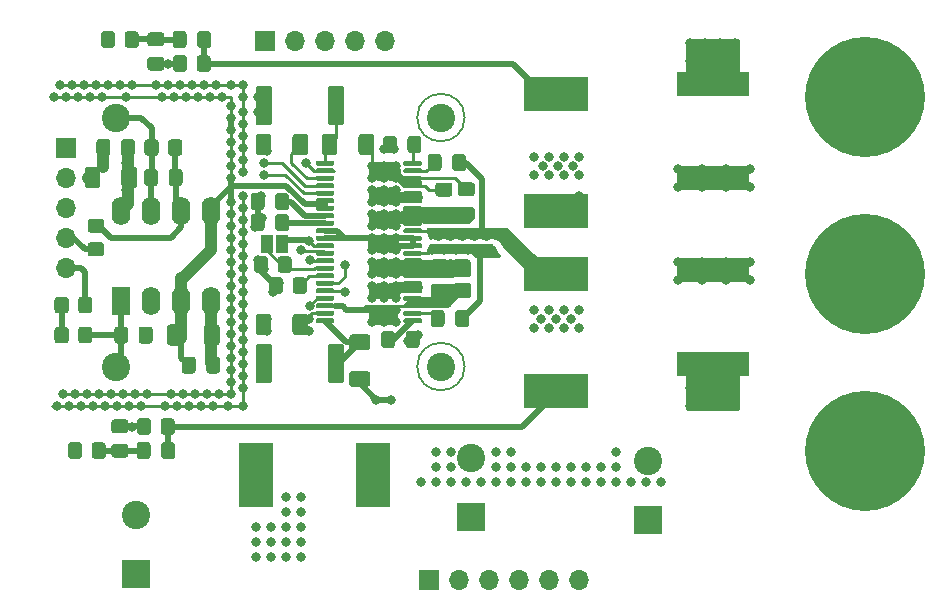
<source format=gbr>
%TF.GenerationSoftware,KiCad,Pcbnew,(5.1.9)-1*%
%TF.CreationDate,2021-11-06T22:46:36-05:00*%
%TF.ProjectId,Discrete_Channel,44697363-7265-4746-955f-4368616e6e65,rev?*%
%TF.SameCoordinates,Original*%
%TF.FileFunction,Copper,L1,Top*%
%TF.FilePolarity,Positive*%
%FSLAX46Y46*%
G04 Gerber Fmt 4.6, Leading zero omitted, Abs format (unit mm)*
G04 Created by KiCad (PCBNEW (5.1.9)-1) date 2021-11-06 22:46:36*
%MOMM*%
%LPD*%
G01*
G04 APERTURE LIST*
%TA.AperFunction,NonConductor*%
%ADD10C,0.150000*%
%TD*%
%TA.AperFunction,ComponentPad*%
%ADD11R,2.400000X2.400000*%
%TD*%
%TA.AperFunction,ComponentPad*%
%ADD12C,2.400000*%
%TD*%
%TA.AperFunction,SMDPad,CuDef*%
%ADD13R,6.100000X2.000000*%
%TD*%
%TA.AperFunction,ComponentPad*%
%ADD14R,1.700000X1.700000*%
%TD*%
%TA.AperFunction,ComponentPad*%
%ADD15O,1.700000X1.700000*%
%TD*%
%TA.AperFunction,SMDPad,CuDef*%
%ADD16R,2.900000X5.400000*%
%TD*%
%TA.AperFunction,SMDPad,CuDef*%
%ADD17R,5.400000X2.900000*%
%TD*%
%TA.AperFunction,ComponentPad*%
%ADD18R,1.600000X2.400000*%
%TD*%
%TA.AperFunction,ComponentPad*%
%ADD19O,1.600000X2.400000*%
%TD*%
%TA.AperFunction,ComponentPad*%
%ADD20C,10.160000*%
%TD*%
%TA.AperFunction,SMDPad,CuDef*%
%ADD21R,1.000000X1.500000*%
%TD*%
%TA.AperFunction,ViaPad*%
%ADD22C,0.800000*%
%TD*%
%TA.AperFunction,Conductor*%
%ADD23C,0.250000*%
%TD*%
%TA.AperFunction,Conductor*%
%ADD24C,0.500000*%
%TD*%
%TA.AperFunction,Conductor*%
%ADD25C,1.000000*%
%TD*%
%TA.AperFunction,Conductor*%
%ADD26C,0.254000*%
%TD*%
%TA.AperFunction,Conductor*%
%ADD27C,0.100000*%
%TD*%
G04 APERTURE END LIST*
D10*
X157964046Y-108966000D02*
G75*
G03*
X157964046Y-108966000I-2008046J0D01*
G01*
X157964046Y-87884000D02*
G75*
G03*
X157964046Y-87884000I-2008046J0D01*
G01*
%TO.P,C9,1*%
%TO.N,Net-(C9-Pad1)*%
%TA.AperFunction,SMDPad,CuDef*%
G36*
G01*
X143103000Y-94521000D02*
X143103000Y-95471000D01*
G75*
G02*
X142853000Y-95721000I-250000J0D01*
G01*
X142178000Y-95721000D01*
G75*
G02*
X141928000Y-95471000I0J250000D01*
G01*
X141928000Y-94521000D01*
G75*
G02*
X142178000Y-94271000I250000J0D01*
G01*
X142853000Y-94271000D01*
G75*
G02*
X143103000Y-94521000I0J-250000D01*
G01*
G37*
%TD.AperFunction*%
%TO.P,C9,2*%
%TO.N,GND*%
%TA.AperFunction,SMDPad,CuDef*%
G36*
G01*
X141028000Y-94521000D02*
X141028000Y-95471000D01*
G75*
G02*
X140778000Y-95721000I-250000J0D01*
G01*
X140103000Y-95721000D01*
G75*
G02*
X139853000Y-95471000I0J250000D01*
G01*
X139853000Y-94521000D01*
G75*
G02*
X140103000Y-94271000I250000J0D01*
G01*
X140778000Y-94271000D01*
G75*
G02*
X141028000Y-94521000I0J-250000D01*
G01*
G37*
%TD.AperFunction*%
%TD*%
D11*
%TO.P,C1,1*%
%TO.N,/PVDD*%
X158496000Y-121666000D03*
D12*
%TO.P,C1,2*%
%TO.N,GND*%
X158496000Y-116666000D03*
%TD*%
D13*
%TO.P,C31,2*%
%TO.N,/SPEAKER-*%
X178970000Y-108775000D03*
%TO.P,C31,1*%
%TO.N,GND*%
X178970000Y-100775000D03*
%TD*%
%TO.P,C30,2*%
%TO.N,GND*%
X178970000Y-93027000D03*
%TO.P,C30,1*%
%TO.N,/SPEAKER+*%
X178970000Y-85027000D03*
%TD*%
D12*
%TO.P,C2,2*%
%TO.N,GND*%
X173482000Y-116920000D03*
D11*
%TO.P,C2,1*%
%TO.N,/PVDD*%
X173482000Y-121920000D03*
%TD*%
%TO.P,C3,2*%
%TO.N,GND*%
%TA.AperFunction,SMDPad,CuDef*%
G36*
G01*
X155354000Y-101944500D02*
X156304000Y-101944500D01*
G75*
G02*
X156554000Y-102194500I0J-250000D01*
G01*
X156554000Y-102869500D01*
G75*
G02*
X156304000Y-103119500I-250000J0D01*
G01*
X155354000Y-103119500D01*
G75*
G02*
X155104000Y-102869500I0J250000D01*
G01*
X155104000Y-102194500D01*
G75*
G02*
X155354000Y-101944500I250000J0D01*
G01*
G37*
%TD.AperFunction*%
%TO.P,C3,1*%
%TO.N,/PVDD*%
%TA.AperFunction,SMDPad,CuDef*%
G36*
G01*
X155354000Y-99869500D02*
X156304000Y-99869500D01*
G75*
G02*
X156554000Y-100119500I0J-250000D01*
G01*
X156554000Y-100794500D01*
G75*
G02*
X156304000Y-101044500I-250000J0D01*
G01*
X155354000Y-101044500D01*
G75*
G02*
X155104000Y-100794500I0J250000D01*
G01*
X155104000Y-100119500D01*
G75*
G02*
X155354000Y-99869500I250000J0D01*
G01*
G37*
%TD.AperFunction*%
%TD*%
%TO.P,C4,1*%
%TO.N,/PVDD*%
%TA.AperFunction,SMDPad,CuDef*%
G36*
G01*
X158590000Y-96621000D02*
X157640000Y-96621000D01*
G75*
G02*
X157390000Y-96371000I0J250000D01*
G01*
X157390000Y-95696000D01*
G75*
G02*
X157640000Y-95446000I250000J0D01*
G01*
X158590000Y-95446000D01*
G75*
G02*
X158840000Y-95696000I0J-250000D01*
G01*
X158840000Y-96371000D01*
G75*
G02*
X158590000Y-96621000I-250000J0D01*
G01*
G37*
%TD.AperFunction*%
%TO.P,C4,2*%
%TO.N,GND*%
%TA.AperFunction,SMDPad,CuDef*%
G36*
G01*
X158590000Y-94546000D02*
X157640000Y-94546000D01*
G75*
G02*
X157390000Y-94296000I0J250000D01*
G01*
X157390000Y-93621000D01*
G75*
G02*
X157640000Y-93371000I250000J0D01*
G01*
X158590000Y-93371000D01*
G75*
G02*
X158840000Y-93621000I0J-250000D01*
G01*
X158840000Y-94296000D01*
G75*
G02*
X158590000Y-94546000I-250000J0D01*
G01*
G37*
%TD.AperFunction*%
%TD*%
%TO.P,C5,2*%
%TO.N,GND*%
%TA.AperFunction,SMDPad,CuDef*%
G36*
G01*
X156685000Y-94567500D02*
X155735000Y-94567500D01*
G75*
G02*
X155485000Y-94317500I0J250000D01*
G01*
X155485000Y-93642500D01*
G75*
G02*
X155735000Y-93392500I250000J0D01*
G01*
X156685000Y-93392500D01*
G75*
G02*
X156935000Y-93642500I0J-250000D01*
G01*
X156935000Y-94317500D01*
G75*
G02*
X156685000Y-94567500I-250000J0D01*
G01*
G37*
%TD.AperFunction*%
%TO.P,C5,1*%
%TO.N,/PVDD*%
%TA.AperFunction,SMDPad,CuDef*%
G36*
G01*
X156685000Y-96642500D02*
X155735000Y-96642500D01*
G75*
G02*
X155485000Y-96392500I0J250000D01*
G01*
X155485000Y-95717500D01*
G75*
G02*
X155735000Y-95467500I250000J0D01*
G01*
X156685000Y-95467500D01*
G75*
G02*
X156935000Y-95717500I0J-250000D01*
G01*
X156935000Y-96392500D01*
G75*
G02*
X156685000Y-96642500I-250000J0D01*
G01*
G37*
%TD.AperFunction*%
%TD*%
%TO.P,C6,2*%
%TO.N,Net-(C6-Pad2)*%
%TA.AperFunction,SMDPad,CuDef*%
G36*
G01*
X149748001Y-107558000D02*
X148447999Y-107558000D01*
G75*
G02*
X148198000Y-107308001I0J249999D01*
G01*
X148198000Y-106482999D01*
G75*
G02*
X148447999Y-106233000I249999J0D01*
G01*
X149748001Y-106233000D01*
G75*
G02*
X149998000Y-106482999I0J-249999D01*
G01*
X149998000Y-107308001D01*
G75*
G02*
X149748001Y-107558000I-249999J0D01*
G01*
G37*
%TD.AperFunction*%
%TO.P,C6,1*%
%TO.N,GND*%
%TA.AperFunction,SMDPad,CuDef*%
G36*
G01*
X149748001Y-110683000D02*
X148447999Y-110683000D01*
G75*
G02*
X148198000Y-110433001I0J249999D01*
G01*
X148198000Y-109607999D01*
G75*
G02*
X148447999Y-109358000I249999J0D01*
G01*
X149748001Y-109358000D01*
G75*
G02*
X149998000Y-109607999I0J-249999D01*
G01*
X149998000Y-110433001D01*
G75*
G02*
X149748001Y-110683000I-249999J0D01*
G01*
G37*
%TD.AperFunction*%
%TD*%
%TO.P,C7,1*%
%TO.N,/PVDD*%
%TA.AperFunction,SMDPad,CuDef*%
G36*
G01*
X157259000Y-99869500D02*
X158209000Y-99869500D01*
G75*
G02*
X158459000Y-100119500I0J-250000D01*
G01*
X158459000Y-100794500D01*
G75*
G02*
X158209000Y-101044500I-250000J0D01*
G01*
X157259000Y-101044500D01*
G75*
G02*
X157009000Y-100794500I0J250000D01*
G01*
X157009000Y-100119500D01*
G75*
G02*
X157259000Y-99869500I250000J0D01*
G01*
G37*
%TD.AperFunction*%
%TO.P,C7,2*%
%TO.N,GND*%
%TA.AperFunction,SMDPad,CuDef*%
G36*
G01*
X157259000Y-101944500D02*
X158209000Y-101944500D01*
G75*
G02*
X158459000Y-102194500I0J-250000D01*
G01*
X158459000Y-102869500D01*
G75*
G02*
X158209000Y-103119500I-250000J0D01*
G01*
X157259000Y-103119500D01*
G75*
G02*
X157009000Y-102869500I0J250000D01*
G01*
X157009000Y-102194500D01*
G75*
G02*
X157259000Y-101944500I250000J0D01*
G01*
G37*
%TD.AperFunction*%
%TD*%
%TO.P,C8,1*%
%TO.N,GND*%
%TA.AperFunction,SMDPad,CuDef*%
G36*
G01*
X150307000Y-89519999D02*
X150307000Y-90820001D01*
G75*
G02*
X150057001Y-91070000I-249999J0D01*
G01*
X149231999Y-91070000D01*
G75*
G02*
X148982000Y-90820001I0J249999D01*
G01*
X148982000Y-89519999D01*
G75*
G02*
X149231999Y-89270000I249999J0D01*
G01*
X150057001Y-89270000D01*
G75*
G02*
X150307000Y-89519999I0J-249999D01*
G01*
G37*
%TD.AperFunction*%
%TO.P,C8,2*%
%TO.N,Net-(C8-Pad2)*%
%TA.AperFunction,SMDPad,CuDef*%
G36*
G01*
X147182000Y-89519999D02*
X147182000Y-90820001D01*
G75*
G02*
X146932001Y-91070000I-249999J0D01*
G01*
X146106999Y-91070000D01*
G75*
G02*
X145857000Y-90820001I0J249999D01*
G01*
X145857000Y-89519999D01*
G75*
G02*
X146106999Y-89270000I249999J0D01*
G01*
X146932001Y-89270000D01*
G75*
G02*
X147182000Y-89519999I0J-249999D01*
G01*
G37*
%TD.AperFunction*%
%TD*%
%TO.P,C10,2*%
%TO.N,GNDA*%
%TA.AperFunction,SMDPad,CuDef*%
G36*
G01*
X127968500Y-89949000D02*
X127968500Y-90899000D01*
G75*
G02*
X127718500Y-91149000I-250000J0D01*
G01*
X127043500Y-91149000D01*
G75*
G02*
X126793500Y-90899000I0J250000D01*
G01*
X126793500Y-89949000D01*
G75*
G02*
X127043500Y-89699000I250000J0D01*
G01*
X127718500Y-89699000D01*
G75*
G02*
X127968500Y-89949000I0J-250000D01*
G01*
G37*
%TD.AperFunction*%
%TO.P,C10,1*%
%TO.N,VCC*%
%TA.AperFunction,SMDPad,CuDef*%
G36*
G01*
X130043500Y-89949000D02*
X130043500Y-90899000D01*
G75*
G02*
X129793500Y-91149000I-250000J0D01*
G01*
X129118500Y-91149000D01*
G75*
G02*
X128868500Y-90899000I0J250000D01*
G01*
X128868500Y-89949000D01*
G75*
G02*
X129118500Y-89699000I250000J0D01*
G01*
X129793500Y-89699000D01*
G75*
G02*
X130043500Y-89949000I0J-250000D01*
G01*
G37*
%TD.AperFunction*%
%TD*%
%TO.P,C11,1*%
%TO.N,GNDA*%
%TA.AperFunction,SMDPad,CuDef*%
G36*
G01*
X134011000Y-109314000D02*
X134011000Y-108364000D01*
G75*
G02*
X134261000Y-108114000I250000J0D01*
G01*
X134936000Y-108114000D01*
G75*
G02*
X135186000Y-108364000I0J-250000D01*
G01*
X135186000Y-109314000D01*
G75*
G02*
X134936000Y-109564000I-250000J0D01*
G01*
X134261000Y-109564000D01*
G75*
G02*
X134011000Y-109314000I0J250000D01*
G01*
G37*
%TD.AperFunction*%
%TO.P,C11,2*%
%TO.N,VEE*%
%TA.AperFunction,SMDPad,CuDef*%
G36*
G01*
X136086000Y-109314000D02*
X136086000Y-108364000D01*
G75*
G02*
X136336000Y-108114000I250000J0D01*
G01*
X137011000Y-108114000D01*
G75*
G02*
X137261000Y-108364000I0J-250000D01*
G01*
X137261000Y-109314000D01*
G75*
G02*
X137011000Y-109564000I-250000J0D01*
G01*
X136336000Y-109564000D01*
G75*
G02*
X136086000Y-109314000I0J250000D01*
G01*
G37*
%TD.AperFunction*%
%TD*%
%TO.P,C12,1*%
%TO.N,VCC*%
%TA.AperFunction,SMDPad,CuDef*%
G36*
G01*
X130241000Y-92313999D02*
X130241000Y-93614001D01*
G75*
G02*
X129991001Y-93864000I-249999J0D01*
G01*
X129165999Y-93864000D01*
G75*
G02*
X128916000Y-93614001I0J249999D01*
G01*
X128916000Y-92313999D01*
G75*
G02*
X129165999Y-92064000I249999J0D01*
G01*
X129991001Y-92064000D01*
G75*
G02*
X130241000Y-92313999I0J-249999D01*
G01*
G37*
%TD.AperFunction*%
%TO.P,C12,2*%
%TO.N,GNDA*%
%TA.AperFunction,SMDPad,CuDef*%
G36*
G01*
X127116000Y-92313999D02*
X127116000Y-93614001D01*
G75*
G02*
X126866001Y-93864000I-249999J0D01*
G01*
X126040999Y-93864000D01*
G75*
G02*
X125791000Y-93614001I0J249999D01*
G01*
X125791000Y-92313999D01*
G75*
G02*
X126040999Y-92064000I249999J0D01*
G01*
X126866001Y-92064000D01*
G75*
G02*
X127116000Y-92313999I0J-249999D01*
G01*
G37*
%TD.AperFunction*%
%TD*%
%TO.P,C13,2*%
%TO.N,VEE*%
%TA.AperFunction,SMDPad,CuDef*%
G36*
G01*
X135901000Y-106949001D02*
X135901000Y-105648999D01*
G75*
G02*
X136150999Y-105399000I249999J0D01*
G01*
X136976001Y-105399000D01*
G75*
G02*
X137226000Y-105648999I0J-249999D01*
G01*
X137226000Y-106949001D01*
G75*
G02*
X136976001Y-107199000I-249999J0D01*
G01*
X136150999Y-107199000D01*
G75*
G02*
X135901000Y-106949001I0J249999D01*
G01*
G37*
%TD.AperFunction*%
%TO.P,C13,1*%
%TO.N,GNDA*%
%TA.AperFunction,SMDPad,CuDef*%
G36*
G01*
X132776000Y-106949001D02*
X132776000Y-105648999D01*
G75*
G02*
X133025999Y-105399000I249999J0D01*
G01*
X133851001Y-105399000D01*
G75*
G02*
X134101000Y-105648999I0J-249999D01*
G01*
X134101000Y-106949001D01*
G75*
G02*
X133851001Y-107199000I-249999J0D01*
G01*
X133025999Y-107199000D01*
G75*
G02*
X132776000Y-106949001I0J249999D01*
G01*
G37*
%TD.AperFunction*%
%TD*%
%TO.P,C14,1*%
%TO.N,GND*%
%TA.AperFunction,SMDPad,CuDef*%
G36*
G01*
X140269000Y-106060001D02*
X140269000Y-104759999D01*
G75*
G02*
X140518999Y-104510000I249999J0D01*
G01*
X141344001Y-104510000D01*
G75*
G02*
X141594000Y-104759999I0J-249999D01*
G01*
X141594000Y-106060001D01*
G75*
G02*
X141344001Y-106310000I-249999J0D01*
G01*
X140518999Y-106310000D01*
G75*
G02*
X140269000Y-106060001I0J249999D01*
G01*
G37*
%TD.AperFunction*%
%TO.P,C14,2*%
%TO.N,Net-(C14-Pad2)*%
%TA.AperFunction,SMDPad,CuDef*%
G36*
G01*
X143394000Y-106060001D02*
X143394000Y-104759999D01*
G75*
G02*
X143643999Y-104510000I249999J0D01*
G01*
X144469001Y-104510000D01*
G75*
G02*
X144719000Y-104759999I0J-249999D01*
G01*
X144719000Y-106060001D01*
G75*
G02*
X144469001Y-106310000I-249999J0D01*
G01*
X143643999Y-106310000D01*
G75*
G02*
X143394000Y-106060001I0J249999D01*
G01*
G37*
%TD.AperFunction*%
%TD*%
%TO.P,C15,2*%
%TO.N,Net-(C15-Pad2)*%
%TA.AperFunction,SMDPad,CuDef*%
G36*
G01*
X143394000Y-90820001D02*
X143394000Y-89519999D01*
G75*
G02*
X143643999Y-89270000I249999J0D01*
G01*
X144469001Y-89270000D01*
G75*
G02*
X144719000Y-89519999I0J-249999D01*
G01*
X144719000Y-90820001D01*
G75*
G02*
X144469001Y-91070000I-249999J0D01*
G01*
X143643999Y-91070000D01*
G75*
G02*
X143394000Y-90820001I0J249999D01*
G01*
G37*
%TD.AperFunction*%
%TO.P,C15,1*%
%TO.N,GND*%
%TA.AperFunction,SMDPad,CuDef*%
G36*
G01*
X140269000Y-90820001D02*
X140269000Y-89519999D01*
G75*
G02*
X140518999Y-89270000I249999J0D01*
G01*
X141344001Y-89270000D01*
G75*
G02*
X141594000Y-89519999I0J-249999D01*
G01*
X141594000Y-90820001D01*
G75*
G02*
X141344001Y-91070000I-249999J0D01*
G01*
X140518999Y-91070000D01*
G75*
G02*
X140269000Y-90820001I0J249999D01*
G01*
G37*
%TD.AperFunction*%
%TD*%
%TO.P,C16,2*%
%TO.N,Net-(C16-Pad2)*%
%TA.AperFunction,SMDPad,CuDef*%
G36*
G01*
X141928000Y-97249000D02*
X141928000Y-96299000D01*
G75*
G02*
X142178000Y-96049000I250000J0D01*
G01*
X142853000Y-96049000D01*
G75*
G02*
X143103000Y-96299000I0J-250000D01*
G01*
X143103000Y-97249000D01*
G75*
G02*
X142853000Y-97499000I-250000J0D01*
G01*
X142178000Y-97499000D01*
G75*
G02*
X141928000Y-97249000I0J250000D01*
G01*
G37*
%TD.AperFunction*%
%TO.P,C16,1*%
%TO.N,GND*%
%TA.AperFunction,SMDPad,CuDef*%
G36*
G01*
X139853000Y-97249000D02*
X139853000Y-96299000D01*
G75*
G02*
X140103000Y-96049000I250000J0D01*
G01*
X140778000Y-96049000D01*
G75*
G02*
X141028000Y-96299000I0J-250000D01*
G01*
X141028000Y-97249000D01*
G75*
G02*
X140778000Y-97499000I-250000J0D01*
G01*
X140103000Y-97499000D01*
G75*
G02*
X139853000Y-97249000I0J250000D01*
G01*
G37*
%TD.AperFunction*%
%TD*%
%TO.P,C17,1*%
%TO.N,/+12V*%
X130175000Y-126492000D03*
D12*
%TO.P,C17,2*%
%TO.N,GND*%
X130175000Y-121492000D03*
%TD*%
%TO.P,C19,1*%
%TO.N,Net-(C19-Pad1)*%
%TA.AperFunction,SMDPad,CuDef*%
G36*
G01*
X131546000Y-105824000D02*
X131546000Y-106774000D01*
G75*
G02*
X131296000Y-107024000I-250000J0D01*
G01*
X130621000Y-107024000D01*
G75*
G02*
X130371000Y-106774000I0J250000D01*
G01*
X130371000Y-105824000D01*
G75*
G02*
X130621000Y-105574000I250000J0D01*
G01*
X131296000Y-105574000D01*
G75*
G02*
X131546000Y-105824000I0J-250000D01*
G01*
G37*
%TD.AperFunction*%
%TO.P,C19,2*%
%TO.N,/FB_A*%
%TA.AperFunction,SMDPad,CuDef*%
G36*
G01*
X129471000Y-105824000D02*
X129471000Y-106774000D01*
G75*
G02*
X129221000Y-107024000I-250000J0D01*
G01*
X128546000Y-107024000D01*
G75*
G02*
X128296000Y-106774000I0J250000D01*
G01*
X128296000Y-105824000D01*
G75*
G02*
X128546000Y-105574000I250000J0D01*
G01*
X129221000Y-105574000D01*
G75*
G02*
X129471000Y-105824000I0J-250000D01*
G01*
G37*
%TD.AperFunction*%
%TD*%
%TO.P,C18,2*%
%TO.N,/FB_B*%
%TA.AperFunction,SMDPad,CuDef*%
G36*
G01*
X132011000Y-92489000D02*
X132011000Y-93439000D01*
G75*
G02*
X131761000Y-93689000I-250000J0D01*
G01*
X131086000Y-93689000D01*
G75*
G02*
X130836000Y-93439000I0J250000D01*
G01*
X130836000Y-92489000D01*
G75*
G02*
X131086000Y-92239000I250000J0D01*
G01*
X131761000Y-92239000D01*
G75*
G02*
X132011000Y-92489000I0J-250000D01*
G01*
G37*
%TD.AperFunction*%
%TO.P,C18,1*%
%TO.N,Net-(C18-Pad1)*%
%TA.AperFunction,SMDPad,CuDef*%
G36*
G01*
X134086000Y-92489000D02*
X134086000Y-93439000D01*
G75*
G02*
X133836000Y-93689000I-250000J0D01*
G01*
X133161000Y-93689000D01*
G75*
G02*
X132911000Y-93439000I0J250000D01*
G01*
X132911000Y-92489000D01*
G75*
G02*
X133161000Y-92239000I250000J0D01*
G01*
X133836000Y-92239000D01*
G75*
G02*
X134086000Y-92489000I0J-250000D01*
G01*
G37*
%TD.AperFunction*%
%TD*%
%TO.P,C22,1*%
%TO.N,Net-(C22-Pad1)*%
%TA.AperFunction,SMDPad,CuDef*%
G36*
G01*
X150902000Y-107155000D02*
X150902000Y-106205000D01*
G75*
G02*
X151152000Y-105955000I250000J0D01*
G01*
X151827000Y-105955000D01*
G75*
G02*
X152077000Y-106205000I0J-250000D01*
G01*
X152077000Y-107155000D01*
G75*
G02*
X151827000Y-107405000I-250000J0D01*
G01*
X151152000Y-107405000D01*
G75*
G02*
X150902000Y-107155000I0J250000D01*
G01*
G37*
%TD.AperFunction*%
%TO.P,C22,2*%
%TO.N,/OUT_A*%
%TA.AperFunction,SMDPad,CuDef*%
G36*
G01*
X152977000Y-107155000D02*
X152977000Y-106205000D01*
G75*
G02*
X153227000Y-105955000I250000J0D01*
G01*
X153902000Y-105955000D01*
G75*
G02*
X154152000Y-106205000I0J-250000D01*
G01*
X154152000Y-107155000D01*
G75*
G02*
X153902000Y-107405000I-250000J0D01*
G01*
X153227000Y-107405000D01*
G75*
G02*
X152977000Y-107155000I0J250000D01*
G01*
G37*
%TD.AperFunction*%
%TD*%
%TO.P,C23,2*%
%TO.N,/OUT_B*%
%TA.AperFunction,SMDPad,CuDef*%
G36*
G01*
X157168000Y-105377000D02*
X157168000Y-104427000D01*
G75*
G02*
X157418000Y-104177000I250000J0D01*
G01*
X158093000Y-104177000D01*
G75*
G02*
X158343000Y-104427000I0J-250000D01*
G01*
X158343000Y-105377000D01*
G75*
G02*
X158093000Y-105627000I-250000J0D01*
G01*
X157418000Y-105627000D01*
G75*
G02*
X157168000Y-105377000I0J250000D01*
G01*
G37*
%TD.AperFunction*%
%TO.P,C23,1*%
%TO.N,Net-(C23-Pad1)*%
%TA.AperFunction,SMDPad,CuDef*%
G36*
G01*
X155093000Y-105377000D02*
X155093000Y-104427000D01*
G75*
G02*
X155343000Y-104177000I250000J0D01*
G01*
X156018000Y-104177000D01*
G75*
G02*
X156268000Y-104427000I0J-250000D01*
G01*
X156268000Y-105377000D01*
G75*
G02*
X156018000Y-105627000I-250000J0D01*
G01*
X155343000Y-105627000D01*
G75*
G02*
X155093000Y-105377000I0J250000D01*
G01*
G37*
%TD.AperFunction*%
%TD*%
%TO.P,C24,2*%
%TO.N,/OUT_C*%
%TA.AperFunction,SMDPad,CuDef*%
G36*
G01*
X156914000Y-92169000D02*
X156914000Y-91219000D01*
G75*
G02*
X157164000Y-90969000I250000J0D01*
G01*
X157839000Y-90969000D01*
G75*
G02*
X158089000Y-91219000I0J-250000D01*
G01*
X158089000Y-92169000D01*
G75*
G02*
X157839000Y-92419000I-250000J0D01*
G01*
X157164000Y-92419000D01*
G75*
G02*
X156914000Y-92169000I0J250000D01*
G01*
G37*
%TD.AperFunction*%
%TO.P,C24,1*%
%TO.N,Net-(C24-Pad1)*%
%TA.AperFunction,SMDPad,CuDef*%
G36*
G01*
X154839000Y-92169000D02*
X154839000Y-91219000D01*
G75*
G02*
X155089000Y-90969000I250000J0D01*
G01*
X155764000Y-90969000D01*
G75*
G02*
X156014000Y-91219000I0J-250000D01*
G01*
X156014000Y-92169000D01*
G75*
G02*
X155764000Y-92419000I-250000J0D01*
G01*
X155089000Y-92419000D01*
G75*
G02*
X154839000Y-92169000I0J250000D01*
G01*
G37*
%TD.AperFunction*%
%TD*%
%TO.P,C25,1*%
%TO.N,Net-(C25-Pad1)*%
%TA.AperFunction,SMDPad,CuDef*%
G36*
G01*
X154300500Y-89695000D02*
X154300500Y-90645000D01*
G75*
G02*
X154050500Y-90895000I-250000J0D01*
G01*
X153375500Y-90895000D01*
G75*
G02*
X153125500Y-90645000I0J250000D01*
G01*
X153125500Y-89695000D01*
G75*
G02*
X153375500Y-89445000I250000J0D01*
G01*
X154050500Y-89445000D01*
G75*
G02*
X154300500Y-89695000I0J-250000D01*
G01*
G37*
%TD.AperFunction*%
%TO.P,C25,2*%
%TO.N,/OUT_D*%
%TA.AperFunction,SMDPad,CuDef*%
G36*
G01*
X152225500Y-89695000D02*
X152225500Y-90645000D01*
G75*
G02*
X151975500Y-90895000I-250000J0D01*
G01*
X151300500Y-90895000D01*
G75*
G02*
X151050500Y-90645000I0J250000D01*
G01*
X151050500Y-89695000D01*
G75*
G02*
X151300500Y-89445000I250000J0D01*
G01*
X151975500Y-89445000D01*
G75*
G02*
X152225500Y-89695000I0J-250000D01*
G01*
G37*
%TD.AperFunction*%
%TD*%
%TO.P,C26,2*%
%TO.N,Net-(C26-Pad2)*%
%TA.AperFunction,SMDPad,CuDef*%
G36*
G01*
X132301000Y-81846000D02*
X131351000Y-81846000D01*
G75*
G02*
X131101000Y-81596000I0J250000D01*
G01*
X131101000Y-80921000D01*
G75*
G02*
X131351000Y-80671000I250000J0D01*
G01*
X132301000Y-80671000D01*
G75*
G02*
X132551000Y-80921000I0J-250000D01*
G01*
X132551000Y-81596000D01*
G75*
G02*
X132301000Y-81846000I-250000J0D01*
G01*
G37*
%TD.AperFunction*%
%TO.P,C26,1*%
%TO.N,/FB_A*%
%TA.AperFunction,SMDPad,CuDef*%
G36*
G01*
X132301000Y-83921000D02*
X131351000Y-83921000D01*
G75*
G02*
X131101000Y-83671000I0J250000D01*
G01*
X131101000Y-82996000D01*
G75*
G02*
X131351000Y-82746000I250000J0D01*
G01*
X132301000Y-82746000D01*
G75*
G02*
X132551000Y-82996000I0J-250000D01*
G01*
X132551000Y-83671000D01*
G75*
G02*
X132301000Y-83921000I-250000J0D01*
G01*
G37*
%TD.AperFunction*%
%TD*%
%TO.P,C27,2*%
%TO.N,Net-(C27-Pad2)*%
%TA.AperFunction,SMDPad,CuDef*%
G36*
G01*
X128303000Y-115512000D02*
X129253000Y-115512000D01*
G75*
G02*
X129503000Y-115762000I0J-250000D01*
G01*
X129503000Y-116437000D01*
G75*
G02*
X129253000Y-116687000I-250000J0D01*
G01*
X128303000Y-116687000D01*
G75*
G02*
X128053000Y-116437000I0J250000D01*
G01*
X128053000Y-115762000D01*
G75*
G02*
X128303000Y-115512000I250000J0D01*
G01*
G37*
%TD.AperFunction*%
%TO.P,C27,1*%
%TO.N,/FB_B*%
%TA.AperFunction,SMDPad,CuDef*%
G36*
G01*
X128303000Y-113437000D02*
X129253000Y-113437000D01*
G75*
G02*
X129503000Y-113687000I0J-250000D01*
G01*
X129503000Y-114362000D01*
G75*
G02*
X129253000Y-114612000I-250000J0D01*
G01*
X128303000Y-114612000D01*
G75*
G02*
X128053000Y-114362000I0J250000D01*
G01*
X128053000Y-113687000D01*
G75*
G02*
X128303000Y-113437000I250000J0D01*
G01*
G37*
%TD.AperFunction*%
%TD*%
%TO.P,C28,1*%
%TO.N,Net-(C26-Pad2)*%
%TA.AperFunction,SMDPad,CuDef*%
G36*
G01*
X133249000Y-81755000D02*
X133249000Y-80805000D01*
G75*
G02*
X133499000Y-80555000I250000J0D01*
G01*
X134174000Y-80555000D01*
G75*
G02*
X134424000Y-80805000I0J-250000D01*
G01*
X134424000Y-81755000D01*
G75*
G02*
X134174000Y-82005000I-250000J0D01*
G01*
X133499000Y-82005000D01*
G75*
G02*
X133249000Y-81755000I0J250000D01*
G01*
G37*
%TD.AperFunction*%
%TO.P,C28,2*%
%TO.N,/SPEAKER+*%
%TA.AperFunction,SMDPad,CuDef*%
G36*
G01*
X135324000Y-81755000D02*
X135324000Y-80805000D01*
G75*
G02*
X135574000Y-80555000I250000J0D01*
G01*
X136249000Y-80555000D01*
G75*
G02*
X136499000Y-80805000I0J-250000D01*
G01*
X136499000Y-81755000D01*
G75*
G02*
X136249000Y-82005000I-250000J0D01*
G01*
X135574000Y-82005000D01*
G75*
G02*
X135324000Y-81755000I0J250000D01*
G01*
G37*
%TD.AperFunction*%
%TD*%
%TO.P,C29,2*%
%TO.N,/SPEAKER-*%
%TA.AperFunction,SMDPad,CuDef*%
G36*
G01*
X132276000Y-116553000D02*
X132276000Y-115603000D01*
G75*
G02*
X132526000Y-115353000I250000J0D01*
G01*
X133201000Y-115353000D01*
G75*
G02*
X133451000Y-115603000I0J-250000D01*
G01*
X133451000Y-116553000D01*
G75*
G02*
X133201000Y-116803000I-250000J0D01*
G01*
X132526000Y-116803000D01*
G75*
G02*
X132276000Y-116553000I0J250000D01*
G01*
G37*
%TD.AperFunction*%
%TO.P,C29,1*%
%TO.N,Net-(C27-Pad2)*%
%TA.AperFunction,SMDPad,CuDef*%
G36*
G01*
X130201000Y-116553000D02*
X130201000Y-115603000D01*
G75*
G02*
X130451000Y-115353000I250000J0D01*
G01*
X131126000Y-115353000D01*
G75*
G02*
X131376000Y-115603000I0J-250000D01*
G01*
X131376000Y-116553000D01*
G75*
G02*
X131126000Y-116803000I-250000J0D01*
G01*
X130451000Y-116803000D01*
G75*
G02*
X130201000Y-116553000I0J250000D01*
G01*
G37*
%TD.AperFunction*%
%TD*%
D14*
%TO.P,J1,1*%
%TO.N,/~FAULT*%
X141097000Y-81407000D03*
D15*
%TO.P,J1,2*%
%TO.N,/~RESET*%
X143637000Y-81407000D03*
%TO.P,J1,3*%
%TO.N,/OSC_IOM*%
X146177000Y-81407000D03*
%TO.P,J1,4*%
%TO.N,/OSC_IOP*%
X148717000Y-81407000D03*
%TO.P,J1,5*%
%TO.N,/~ERROR*%
X151257000Y-81407000D03*
%TD*%
%TO.P,J3,5*%
%TO.N,/IN_A*%
X124206000Y-100584000D03*
%TO.P,J3,4*%
%TO.N,/IN_B*%
X124206000Y-98044000D03*
%TO.P,J3,3*%
%TO.N,VEE*%
X124206000Y-95504000D03*
%TO.P,J3,2*%
%TO.N,GNDA*%
X124206000Y-92964000D03*
D14*
%TO.P,J3,1*%
%TO.N,VCC*%
X124206000Y-90424000D03*
%TD*%
D16*
%TO.P,L1,1*%
%TO.N,Net-(C14-Pad2)*%
X150238000Y-118110000D03*
%TO.P,L1,2*%
%TO.N,/+12V*%
X140338000Y-118110000D03*
%TD*%
D17*
%TO.P,L2,1*%
%TO.N,/OUT_B*%
X165735000Y-95755000D03*
%TO.P,L2,2*%
%TO.N,/SPEAKER+*%
X165735000Y-85855000D03*
%TD*%
%TO.P,L4,1*%
%TO.N,/OUT_C*%
X165735000Y-101095000D03*
%TO.P,L4,2*%
%TO.N,/SPEAKER-*%
X165735000Y-110995000D03*
%TD*%
%TO.P,R3,2*%
%TO.N,Net-(JP1-Pad2)*%
%TA.AperFunction,SMDPad,CuDef*%
G36*
G01*
X142132000Y-100780001D02*
X142132000Y-99879999D01*
G75*
G02*
X142381999Y-99630000I249999J0D01*
G01*
X143082001Y-99630000D01*
G75*
G02*
X143332000Y-99879999I0J-249999D01*
G01*
X143332000Y-100780001D01*
G75*
G02*
X143082001Y-101030000I-249999J0D01*
G01*
X142381999Y-101030000D01*
G75*
G02*
X142132000Y-100780001I0J249999D01*
G01*
G37*
%TD.AperFunction*%
%TO.P,R3,1*%
%TO.N,GND*%
%TA.AperFunction,SMDPad,CuDef*%
G36*
G01*
X140132000Y-100780001D02*
X140132000Y-99879999D01*
G75*
G02*
X140381999Y-99630000I249999J0D01*
G01*
X141082001Y-99630000D01*
G75*
G02*
X141332000Y-99879999I0J-249999D01*
G01*
X141332000Y-100780001D01*
G75*
G02*
X141082001Y-101030000I-249999J0D01*
G01*
X140381999Y-101030000D01*
G75*
G02*
X140132000Y-100780001I0J249999D01*
G01*
G37*
%TD.AperFunction*%
%TD*%
%TO.P,R4,1*%
%TO.N,GND*%
%TA.AperFunction,SMDPad,CuDef*%
G36*
G01*
X141402000Y-102558001D02*
X141402000Y-101657999D01*
G75*
G02*
X141651999Y-101408000I249999J0D01*
G01*
X142352001Y-101408000D01*
G75*
G02*
X142602000Y-101657999I0J-249999D01*
G01*
X142602000Y-102558001D01*
G75*
G02*
X142352001Y-102808000I-249999J0D01*
G01*
X141651999Y-102808000D01*
G75*
G02*
X141402000Y-102558001I0J249999D01*
G01*
G37*
%TD.AperFunction*%
%TO.P,R4,2*%
%TO.N,Net-(R4-Pad2)*%
%TA.AperFunction,SMDPad,CuDef*%
G36*
G01*
X143402000Y-102558001D02*
X143402000Y-101657999D01*
G75*
G02*
X143651999Y-101408000I249999J0D01*
G01*
X144352001Y-101408000D01*
G75*
G02*
X144602000Y-101657999I0J-249999D01*
G01*
X144602000Y-102558001D01*
G75*
G02*
X144352001Y-102808000I-249999J0D01*
G01*
X143651999Y-102808000D01*
G75*
G02*
X143402000Y-102558001I0J249999D01*
G01*
G37*
%TD.AperFunction*%
%TD*%
%TO.P,R5,2*%
%TO.N,/IN_A*%
%TA.AperFunction,SMDPad,CuDef*%
G36*
G01*
X125241000Y-104209001D02*
X125241000Y-103308999D01*
G75*
G02*
X125490999Y-103059000I249999J0D01*
G01*
X126191001Y-103059000D01*
G75*
G02*
X126441000Y-103308999I0J-249999D01*
G01*
X126441000Y-104209001D01*
G75*
G02*
X126191001Y-104459000I-249999J0D01*
G01*
X125490999Y-104459000D01*
G75*
G02*
X125241000Y-104209001I0J249999D01*
G01*
G37*
%TD.AperFunction*%
%TO.P,R5,1*%
%TO.N,Net-(C19-Pad1)*%
%TA.AperFunction,SMDPad,CuDef*%
G36*
G01*
X123241000Y-104209001D02*
X123241000Y-103308999D01*
G75*
G02*
X123490999Y-103059000I249999J0D01*
G01*
X124191001Y-103059000D01*
G75*
G02*
X124441000Y-103308999I0J-249999D01*
G01*
X124441000Y-104209001D01*
G75*
G02*
X124191001Y-104459000I-249999J0D01*
G01*
X123490999Y-104459000D01*
G75*
G02*
X123241000Y-104209001I0J249999D01*
G01*
G37*
%TD.AperFunction*%
%TD*%
%TO.P,R6,1*%
%TO.N,Net-(C18-Pad1)*%
%TA.AperFunction,SMDPad,CuDef*%
G36*
G01*
X126295999Y-96444000D02*
X127196001Y-96444000D01*
G75*
G02*
X127446000Y-96693999I0J-249999D01*
G01*
X127446000Y-97394001D01*
G75*
G02*
X127196001Y-97644000I-249999J0D01*
G01*
X126295999Y-97644000D01*
G75*
G02*
X126046000Y-97394001I0J249999D01*
G01*
X126046000Y-96693999D01*
G75*
G02*
X126295999Y-96444000I249999J0D01*
G01*
G37*
%TD.AperFunction*%
%TO.P,R6,2*%
%TO.N,/IN_B*%
%TA.AperFunction,SMDPad,CuDef*%
G36*
G01*
X126295999Y-98444000D02*
X127196001Y-98444000D01*
G75*
G02*
X127446000Y-98693999I0J-249999D01*
G01*
X127446000Y-99394001D01*
G75*
G02*
X127196001Y-99644000I-249999J0D01*
G01*
X126295999Y-99644000D01*
G75*
G02*
X126046000Y-99394001I0J249999D01*
G01*
X126046000Y-98693999D01*
G75*
G02*
X126295999Y-98444000I249999J0D01*
G01*
G37*
%TD.AperFunction*%
%TD*%
%TO.P,R8,2*%
%TO.N,Net-(C19-Pad1)*%
%TA.AperFunction,SMDPad,CuDef*%
G36*
G01*
X124441000Y-105848600D02*
X124441000Y-106749400D01*
G75*
G02*
X124191400Y-106999000I-249600J0D01*
G01*
X123490600Y-106999000D01*
G75*
G02*
X123241000Y-106749400I0J249600D01*
G01*
X123241000Y-105848600D01*
G75*
G02*
X123490600Y-105599000I249600J0D01*
G01*
X124191400Y-105599000D01*
G75*
G02*
X124441000Y-105848600I0J-249600D01*
G01*
G37*
%TD.AperFunction*%
%TO.P,R8,1*%
%TO.N,/FB_A*%
%TA.AperFunction,SMDPad,CuDef*%
G36*
G01*
X126441000Y-105848999D02*
X126441000Y-106749001D01*
G75*
G02*
X126191001Y-106999000I-249999J0D01*
G01*
X125490999Y-106999000D01*
G75*
G02*
X125241000Y-106749001I0J249999D01*
G01*
X125241000Y-105848999D01*
G75*
G02*
X125490999Y-105599000I249999J0D01*
G01*
X126191001Y-105599000D01*
G75*
G02*
X126441000Y-105848999I0J-249999D01*
G01*
G37*
%TD.AperFunction*%
%TD*%
%TO.P,R7,1*%
%TO.N,/FB_B*%
%TA.AperFunction,SMDPad,CuDef*%
G36*
G01*
X130861000Y-90874001D02*
X130861000Y-89973999D01*
G75*
G02*
X131110999Y-89724000I249999J0D01*
G01*
X131811001Y-89724000D01*
G75*
G02*
X132061000Y-89973999I0J-249999D01*
G01*
X132061000Y-90874001D01*
G75*
G02*
X131811001Y-91124000I-249999J0D01*
G01*
X131110999Y-91124000D01*
G75*
G02*
X130861000Y-90874001I0J249999D01*
G01*
G37*
%TD.AperFunction*%
%TO.P,R7,2*%
%TO.N,Net-(C18-Pad1)*%
%TA.AperFunction,SMDPad,CuDef*%
G36*
G01*
X132861000Y-90874001D02*
X132861000Y-89973999D01*
G75*
G02*
X133110999Y-89724000I249999J0D01*
G01*
X133811001Y-89724000D01*
G75*
G02*
X134061000Y-89973999I0J-249999D01*
G01*
X134061000Y-90874001D01*
G75*
G02*
X133811001Y-91124000I-249999J0D01*
G01*
X133110999Y-91124000D01*
G75*
G02*
X132861000Y-90874001I0J249999D01*
G01*
G37*
%TD.AperFunction*%
%TD*%
%TO.P,R9,1*%
%TO.N,/FB_A*%
%TA.AperFunction,SMDPad,CuDef*%
G36*
G01*
X133274000Y-83762001D02*
X133274000Y-82861999D01*
G75*
G02*
X133523999Y-82612000I249999J0D01*
G01*
X134224001Y-82612000D01*
G75*
G02*
X134474000Y-82861999I0J-249999D01*
G01*
X134474000Y-83762001D01*
G75*
G02*
X134224001Y-84012000I-249999J0D01*
G01*
X133523999Y-84012000D01*
G75*
G02*
X133274000Y-83762001I0J249999D01*
G01*
G37*
%TD.AperFunction*%
%TO.P,R9,2*%
%TO.N,/SPEAKER+*%
%TA.AperFunction,SMDPad,CuDef*%
G36*
G01*
X135274000Y-83762001D02*
X135274000Y-82861999D01*
G75*
G02*
X135523999Y-82612000I249999J0D01*
G01*
X136224001Y-82612000D01*
G75*
G02*
X136474000Y-82861999I0J-249999D01*
G01*
X136474000Y-83762001D01*
G75*
G02*
X136224001Y-84012000I-249999J0D01*
G01*
X135523999Y-84012000D01*
G75*
G02*
X135274000Y-83762001I0J249999D01*
G01*
G37*
%TD.AperFunction*%
%TD*%
%TO.P,R10,1*%
%TO.N,/SPEAKER-*%
%TA.AperFunction,SMDPad,CuDef*%
G36*
G01*
X133426000Y-113595999D02*
X133426000Y-114496001D01*
G75*
G02*
X133176001Y-114746000I-249999J0D01*
G01*
X132475999Y-114746000D01*
G75*
G02*
X132226000Y-114496001I0J249999D01*
G01*
X132226000Y-113595999D01*
G75*
G02*
X132475999Y-113346000I249999J0D01*
G01*
X133176001Y-113346000D01*
G75*
G02*
X133426000Y-113595999I0J-249999D01*
G01*
G37*
%TD.AperFunction*%
%TO.P,R10,2*%
%TO.N,/FB_B*%
%TA.AperFunction,SMDPad,CuDef*%
G36*
G01*
X131426000Y-113595999D02*
X131426000Y-114496001D01*
G75*
G02*
X131176001Y-114746000I-249999J0D01*
G01*
X130475999Y-114746000D01*
G75*
G02*
X130226000Y-114496001I0J249999D01*
G01*
X130226000Y-113595999D01*
G75*
G02*
X130475999Y-113346000I249999J0D01*
G01*
X131176001Y-113346000D01*
G75*
G02*
X131426000Y-113595999I0J-249999D01*
G01*
G37*
%TD.AperFunction*%
%TD*%
%TO.P,R11,2*%
%TO.N,GNDA*%
%TA.AperFunction,SMDPad,CuDef*%
G36*
G01*
X128378000Y-80829999D02*
X128378000Y-81730001D01*
G75*
G02*
X128128001Y-81980000I-249999J0D01*
G01*
X127427999Y-81980000D01*
G75*
G02*
X127178000Y-81730001I0J249999D01*
G01*
X127178000Y-80829999D01*
G75*
G02*
X127427999Y-80580000I249999J0D01*
G01*
X128128001Y-80580000D01*
G75*
G02*
X128378000Y-80829999I0J-249999D01*
G01*
G37*
%TD.AperFunction*%
%TO.P,R11,1*%
%TO.N,Net-(C26-Pad2)*%
%TA.AperFunction,SMDPad,CuDef*%
G36*
G01*
X130378000Y-80829999D02*
X130378000Y-81730001D01*
G75*
G02*
X130128001Y-81980000I-249999J0D01*
G01*
X129427999Y-81980000D01*
G75*
G02*
X129178000Y-81730001I0J249999D01*
G01*
X129178000Y-80829999D01*
G75*
G02*
X129427999Y-80580000I249999J0D01*
G01*
X130128001Y-80580000D01*
G75*
G02*
X130378000Y-80829999I0J-249999D01*
G01*
G37*
%TD.AperFunction*%
%TD*%
%TO.P,R12,2*%
%TO.N,GNDA*%
%TA.AperFunction,SMDPad,CuDef*%
G36*
G01*
X125584000Y-115627999D02*
X125584000Y-116528001D01*
G75*
G02*
X125334001Y-116778000I-249999J0D01*
G01*
X124633999Y-116778000D01*
G75*
G02*
X124384000Y-116528001I0J249999D01*
G01*
X124384000Y-115627999D01*
G75*
G02*
X124633999Y-115378000I249999J0D01*
G01*
X125334001Y-115378000D01*
G75*
G02*
X125584000Y-115627999I0J-249999D01*
G01*
G37*
%TD.AperFunction*%
%TO.P,R12,1*%
%TO.N,Net-(C27-Pad2)*%
%TA.AperFunction,SMDPad,CuDef*%
G36*
G01*
X127584000Y-115627999D02*
X127584000Y-116528001D01*
G75*
G02*
X127334001Y-116778000I-249999J0D01*
G01*
X126633999Y-116778000D01*
G75*
G02*
X126384000Y-116528001I0J249999D01*
G01*
X126384000Y-115627999D01*
G75*
G02*
X126633999Y-115378000I249999J0D01*
G01*
X127334001Y-115378000D01*
G75*
G02*
X127584000Y-115627999I0J-249999D01*
G01*
G37*
%TD.AperFunction*%
%TD*%
%TO.P,U1,1*%
%TO.N,Net-(C8-Pad2)*%
%TA.AperFunction,SMDPad,CuDef*%
G36*
G01*
X145360000Y-91857500D02*
X145360000Y-91657500D01*
G75*
G02*
X145460000Y-91557500I100000J0D01*
G01*
X146835000Y-91557500D01*
G75*
G02*
X146935000Y-91657500I0J-100000D01*
G01*
X146935000Y-91857500D01*
G75*
G02*
X146835000Y-91957500I-100000J0D01*
G01*
X145460000Y-91957500D01*
G75*
G02*
X145360000Y-91857500I0J100000D01*
G01*
G37*
%TD.AperFunction*%
%TO.P,U1,2*%
%TO.N,/~ERROR*%
%TA.AperFunction,SMDPad,CuDef*%
G36*
G01*
X145360000Y-92492500D02*
X145360000Y-92292500D01*
G75*
G02*
X145460000Y-92192500I100000J0D01*
G01*
X146835000Y-92192500D01*
G75*
G02*
X146935000Y-92292500I0J-100000D01*
G01*
X146935000Y-92492500D01*
G75*
G02*
X146835000Y-92592500I-100000J0D01*
G01*
X145460000Y-92592500D01*
G75*
G02*
X145360000Y-92492500I0J100000D01*
G01*
G37*
%TD.AperFunction*%
%TO.P,U1,3*%
%TO.N,Net-(C15-Pad2)*%
%TA.AperFunction,SMDPad,CuDef*%
G36*
G01*
X145360000Y-93127500D02*
X145360000Y-92927500D01*
G75*
G02*
X145460000Y-92827500I100000J0D01*
G01*
X146835000Y-92827500D01*
G75*
G02*
X146935000Y-92927500I0J-100000D01*
G01*
X146935000Y-93127500D01*
G75*
G02*
X146835000Y-93227500I-100000J0D01*
G01*
X145460000Y-93227500D01*
G75*
G02*
X145360000Y-93127500I0J100000D01*
G01*
G37*
%TD.AperFunction*%
%TO.P,U1,4*%
%TO.N,/~FAULT*%
%TA.AperFunction,SMDPad,CuDef*%
G36*
G01*
X145360000Y-93762500D02*
X145360000Y-93562500D01*
G75*
G02*
X145460000Y-93462500I100000J0D01*
G01*
X146835000Y-93462500D01*
G75*
G02*
X146935000Y-93562500I0J-100000D01*
G01*
X146935000Y-93762500D01*
G75*
G02*
X146835000Y-93862500I-100000J0D01*
G01*
X145460000Y-93862500D01*
G75*
G02*
X145360000Y-93762500I0J100000D01*
G01*
G37*
%TD.AperFunction*%
%TO.P,U1,5*%
%TO.N,/~RESET*%
%TA.AperFunction,SMDPad,CuDef*%
G36*
G01*
X145360000Y-94397500D02*
X145360000Y-94197500D01*
G75*
G02*
X145460000Y-94097500I100000J0D01*
G01*
X146835000Y-94097500D01*
G75*
G02*
X146935000Y-94197500I0J-100000D01*
G01*
X146935000Y-94397500D01*
G75*
G02*
X146835000Y-94497500I-100000J0D01*
G01*
X145460000Y-94497500D01*
G75*
G02*
X145360000Y-94397500I0J100000D01*
G01*
G37*
%TD.AperFunction*%
%TO.P,U1,6*%
%TO.N,GNDA*%
%TA.AperFunction,SMDPad,CuDef*%
G36*
G01*
X145360000Y-95032500D02*
X145360000Y-94832500D01*
G75*
G02*
X145460000Y-94732500I100000J0D01*
G01*
X146835000Y-94732500D01*
G75*
G02*
X146935000Y-94832500I0J-100000D01*
G01*
X146935000Y-95032500D01*
G75*
G02*
X146835000Y-95132500I-100000J0D01*
G01*
X145460000Y-95132500D01*
G75*
G02*
X145360000Y-95032500I0J100000D01*
G01*
G37*
%TD.AperFunction*%
%TO.P,U1,7*%
%TA.AperFunction,SMDPad,CuDef*%
G36*
G01*
X145360000Y-95667500D02*
X145360000Y-95467500D01*
G75*
G02*
X145460000Y-95367500I100000J0D01*
G01*
X146835000Y-95367500D01*
G75*
G02*
X146935000Y-95467500I0J-100000D01*
G01*
X146935000Y-95667500D01*
G75*
G02*
X146835000Y-95767500I-100000J0D01*
G01*
X145460000Y-95767500D01*
G75*
G02*
X145360000Y-95667500I0J100000D01*
G01*
G37*
%TD.AperFunction*%
%TO.P,U1,8*%
%TO.N,Net-(C9-Pad1)*%
%TA.AperFunction,SMDPad,CuDef*%
G36*
G01*
X145360000Y-96302500D02*
X145360000Y-96102500D01*
G75*
G02*
X145460000Y-96002500I100000J0D01*
G01*
X146835000Y-96002500D01*
G75*
G02*
X146935000Y-96102500I0J-100000D01*
G01*
X146935000Y-96302500D01*
G75*
G02*
X146835000Y-96402500I-100000J0D01*
G01*
X145460000Y-96402500D01*
G75*
G02*
X145360000Y-96302500I0J100000D01*
G01*
G37*
%TD.AperFunction*%
%TO.P,U1,9*%
%TO.N,Net-(C16-Pad2)*%
%TA.AperFunction,SMDPad,CuDef*%
G36*
G01*
X145360000Y-96937500D02*
X145360000Y-96737500D01*
G75*
G02*
X145460000Y-96637500I100000J0D01*
G01*
X146835000Y-96637500D01*
G75*
G02*
X146935000Y-96737500I0J-100000D01*
G01*
X146935000Y-96937500D01*
G75*
G02*
X146835000Y-97037500I-100000J0D01*
G01*
X145460000Y-97037500D01*
G75*
G02*
X145360000Y-96937500I0J100000D01*
G01*
G37*
%TD.AperFunction*%
%TO.P,U1,10*%
%TO.N,GND*%
%TA.AperFunction,SMDPad,CuDef*%
G36*
G01*
X145360000Y-97572500D02*
X145360000Y-97372500D01*
G75*
G02*
X145460000Y-97272500I100000J0D01*
G01*
X146835000Y-97272500D01*
G75*
G02*
X146935000Y-97372500I0J-100000D01*
G01*
X146935000Y-97572500D01*
G75*
G02*
X146835000Y-97672500I-100000J0D01*
G01*
X145460000Y-97672500D01*
G75*
G02*
X145360000Y-97572500I0J100000D01*
G01*
G37*
%TD.AperFunction*%
%TO.P,U1,11*%
%TA.AperFunction,SMDPad,CuDef*%
G36*
G01*
X145360000Y-98207500D02*
X145360000Y-98007500D01*
G75*
G02*
X145460000Y-97907500I100000J0D01*
G01*
X146835000Y-97907500D01*
G75*
G02*
X146935000Y-98007500I0J-100000D01*
G01*
X146935000Y-98207500D01*
G75*
G02*
X146835000Y-98307500I-100000J0D01*
G01*
X145460000Y-98307500D01*
G75*
G02*
X145360000Y-98207500I0J100000D01*
G01*
G37*
%TD.AperFunction*%
%TO.P,U1,12*%
%TO.N,/DVDD*%
%TA.AperFunction,SMDPad,CuDef*%
G36*
G01*
X145360000Y-98842500D02*
X145360000Y-98642500D01*
G75*
G02*
X145460000Y-98542500I100000J0D01*
G01*
X146835000Y-98542500D01*
G75*
G02*
X146935000Y-98642500I0J-100000D01*
G01*
X146935000Y-98842500D01*
G75*
G02*
X146835000Y-98942500I-100000J0D01*
G01*
X145460000Y-98942500D01*
G75*
G02*
X145360000Y-98842500I0J100000D01*
G01*
G37*
%TD.AperFunction*%
%TO.P,U1,13*%
%TO.N,/OSC_IOP*%
%TA.AperFunction,SMDPad,CuDef*%
G36*
G01*
X145360000Y-99477500D02*
X145360000Y-99277500D01*
G75*
G02*
X145460000Y-99177500I100000J0D01*
G01*
X146835000Y-99177500D01*
G75*
G02*
X146935000Y-99277500I0J-100000D01*
G01*
X146935000Y-99477500D01*
G75*
G02*
X146835000Y-99577500I-100000J0D01*
G01*
X145460000Y-99577500D01*
G75*
G02*
X145360000Y-99477500I0J100000D01*
G01*
G37*
%TD.AperFunction*%
%TO.P,U1,14*%
%TO.N,/OSC_IOM*%
%TA.AperFunction,SMDPad,CuDef*%
G36*
G01*
X145360000Y-100112500D02*
X145360000Y-99912500D01*
G75*
G02*
X145460000Y-99812500I100000J0D01*
G01*
X146835000Y-99812500D01*
G75*
G02*
X146935000Y-99912500I0J-100000D01*
G01*
X146935000Y-100112500D01*
G75*
G02*
X146835000Y-100212500I-100000J0D01*
G01*
X145460000Y-100212500D01*
G75*
G02*
X145360000Y-100112500I0J100000D01*
G01*
G37*
%TD.AperFunction*%
%TO.P,U1,15*%
%TO.N,Net-(JP1-Pad2)*%
%TA.AperFunction,SMDPad,CuDef*%
G36*
G01*
X145360000Y-100747500D02*
X145360000Y-100547500D01*
G75*
G02*
X145460000Y-100447500I100000J0D01*
G01*
X146835000Y-100447500D01*
G75*
G02*
X146935000Y-100547500I0J-100000D01*
G01*
X146935000Y-100747500D01*
G75*
G02*
X146835000Y-100847500I-100000J0D01*
G01*
X145460000Y-100847500D01*
G75*
G02*
X145360000Y-100747500I0J100000D01*
G01*
G37*
%TD.AperFunction*%
%TO.P,U1,16*%
%TO.N,Net-(R4-Pad2)*%
%TA.AperFunction,SMDPad,CuDef*%
G36*
G01*
X145360000Y-101382500D02*
X145360000Y-101182500D01*
G75*
G02*
X145460000Y-101082500I100000J0D01*
G01*
X146835000Y-101082500D01*
G75*
G02*
X146935000Y-101182500I0J-100000D01*
G01*
X146935000Y-101382500D01*
G75*
G02*
X146835000Y-101482500I-100000J0D01*
G01*
X145460000Y-101482500D01*
G75*
G02*
X145360000Y-101382500I0J100000D01*
G01*
G37*
%TD.AperFunction*%
%TO.P,U1,17*%
%TO.N,Net-(C21-Pad1)*%
%TA.AperFunction,SMDPad,CuDef*%
G36*
G01*
X145360000Y-102017500D02*
X145360000Y-101817500D01*
G75*
G02*
X145460000Y-101717500I100000J0D01*
G01*
X146835000Y-101717500D01*
G75*
G02*
X146935000Y-101817500I0J-100000D01*
G01*
X146935000Y-102017500D01*
G75*
G02*
X146835000Y-102117500I-100000J0D01*
G01*
X145460000Y-102117500D01*
G75*
G02*
X145360000Y-102017500I0J100000D01*
G01*
G37*
%TD.AperFunction*%
%TO.P,U1,18*%
%TO.N,Net-(C20-Pad1)*%
%TA.AperFunction,SMDPad,CuDef*%
G36*
G01*
X145360000Y-102652500D02*
X145360000Y-102452500D01*
G75*
G02*
X145460000Y-102352500I100000J0D01*
G01*
X146835000Y-102352500D01*
G75*
G02*
X146935000Y-102452500I0J-100000D01*
G01*
X146935000Y-102652500D01*
G75*
G02*
X146835000Y-102752500I-100000J0D01*
G01*
X145460000Y-102752500D01*
G75*
G02*
X145360000Y-102652500I0J100000D01*
G01*
G37*
%TD.AperFunction*%
%TO.P,U1,19*%
%TO.N,/DVDD*%
%TA.AperFunction,SMDPad,CuDef*%
G36*
G01*
X145360000Y-103287500D02*
X145360000Y-103087500D01*
G75*
G02*
X145460000Y-102987500I100000J0D01*
G01*
X146835000Y-102987500D01*
G75*
G02*
X146935000Y-103087500I0J-100000D01*
G01*
X146935000Y-103287500D01*
G75*
G02*
X146835000Y-103387500I-100000J0D01*
G01*
X145460000Y-103387500D01*
G75*
G02*
X145360000Y-103287500I0J100000D01*
G01*
G37*
%TD.AperFunction*%
%TO.P,U1,20*%
%TO.N,GND*%
%TA.AperFunction,SMDPad,CuDef*%
G36*
G01*
X145360000Y-103922500D02*
X145360000Y-103722500D01*
G75*
G02*
X145460000Y-103622500I100000J0D01*
G01*
X146835000Y-103622500D01*
G75*
G02*
X146935000Y-103722500I0J-100000D01*
G01*
X146935000Y-103922500D01*
G75*
G02*
X146835000Y-104022500I-100000J0D01*
G01*
X145460000Y-104022500D01*
G75*
G02*
X145360000Y-103922500I0J100000D01*
G01*
G37*
%TD.AperFunction*%
%TO.P,U1,21*%
%TO.N,Net-(C14-Pad2)*%
%TA.AperFunction,SMDPad,CuDef*%
G36*
G01*
X145360000Y-104557500D02*
X145360000Y-104357500D01*
G75*
G02*
X145460000Y-104257500I100000J0D01*
G01*
X146835000Y-104257500D01*
G75*
G02*
X146935000Y-104357500I0J-100000D01*
G01*
X146935000Y-104557500D01*
G75*
G02*
X146835000Y-104657500I-100000J0D01*
G01*
X145460000Y-104657500D01*
G75*
G02*
X145360000Y-104557500I0J100000D01*
G01*
G37*
%TD.AperFunction*%
%TO.P,U1,22*%
%TO.N,Net-(C6-Pad2)*%
%TA.AperFunction,SMDPad,CuDef*%
G36*
G01*
X145360000Y-105192500D02*
X145360000Y-104992500D01*
G75*
G02*
X145460000Y-104892500I100000J0D01*
G01*
X146835000Y-104892500D01*
G75*
G02*
X146935000Y-104992500I0J-100000D01*
G01*
X146935000Y-105192500D01*
G75*
G02*
X146835000Y-105292500I-100000J0D01*
G01*
X145460000Y-105292500D01*
G75*
G02*
X145360000Y-105192500I0J100000D01*
G01*
G37*
%TD.AperFunction*%
%TO.P,U1,23*%
%TO.N,Net-(C22-Pad1)*%
%TA.AperFunction,SMDPad,CuDef*%
G36*
G01*
X152785000Y-105192500D02*
X152785000Y-104992500D01*
G75*
G02*
X152885000Y-104892500I100000J0D01*
G01*
X154260000Y-104892500D01*
G75*
G02*
X154360000Y-104992500I0J-100000D01*
G01*
X154360000Y-105192500D01*
G75*
G02*
X154260000Y-105292500I-100000J0D01*
G01*
X152885000Y-105292500D01*
G75*
G02*
X152785000Y-105192500I0J100000D01*
G01*
G37*
%TD.AperFunction*%
%TO.P,U1,24*%
%TO.N,Net-(C23-Pad1)*%
%TA.AperFunction,SMDPad,CuDef*%
G36*
G01*
X152785000Y-104557500D02*
X152785000Y-104357500D01*
G75*
G02*
X152885000Y-104257500I100000J0D01*
G01*
X154260000Y-104257500D01*
G75*
G02*
X154360000Y-104357500I0J-100000D01*
G01*
X154360000Y-104557500D01*
G75*
G02*
X154260000Y-104657500I-100000J0D01*
G01*
X152885000Y-104657500D01*
G75*
G02*
X152785000Y-104557500I0J100000D01*
G01*
G37*
%TD.AperFunction*%
%TO.P,U1,25*%
%TO.N,GND*%
%TA.AperFunction,SMDPad,CuDef*%
G36*
G01*
X152785000Y-103922500D02*
X152785000Y-103722500D01*
G75*
G02*
X152885000Y-103622500I100000J0D01*
G01*
X154260000Y-103622500D01*
G75*
G02*
X154360000Y-103722500I0J-100000D01*
G01*
X154360000Y-103922500D01*
G75*
G02*
X154260000Y-104022500I-100000J0D01*
G01*
X152885000Y-104022500D01*
G75*
G02*
X152785000Y-103922500I0J100000D01*
G01*
G37*
%TD.AperFunction*%
%TO.P,U1,26*%
%TA.AperFunction,SMDPad,CuDef*%
G36*
G01*
X152785000Y-103287500D02*
X152785000Y-103087500D01*
G75*
G02*
X152885000Y-102987500I100000J0D01*
G01*
X154260000Y-102987500D01*
G75*
G02*
X154360000Y-103087500I0J-100000D01*
G01*
X154360000Y-103287500D01*
G75*
G02*
X154260000Y-103387500I-100000J0D01*
G01*
X152885000Y-103387500D01*
G75*
G02*
X152785000Y-103287500I0J100000D01*
G01*
G37*
%TD.AperFunction*%
%TO.P,U1,27*%
%TO.N,/OUT_A*%
%TA.AperFunction,SMDPad,CuDef*%
G36*
G01*
X152785000Y-102652500D02*
X152785000Y-102452500D01*
G75*
G02*
X152885000Y-102352500I100000J0D01*
G01*
X154260000Y-102352500D01*
G75*
G02*
X154360000Y-102452500I0J-100000D01*
G01*
X154360000Y-102652500D01*
G75*
G02*
X154260000Y-102752500I-100000J0D01*
G01*
X152885000Y-102752500D01*
G75*
G02*
X152785000Y-102652500I0J100000D01*
G01*
G37*
%TD.AperFunction*%
%TO.P,U1,28*%
%TA.AperFunction,SMDPad,CuDef*%
G36*
G01*
X152785000Y-102017500D02*
X152785000Y-101817500D01*
G75*
G02*
X152885000Y-101717500I100000J0D01*
G01*
X154260000Y-101717500D01*
G75*
G02*
X154360000Y-101817500I0J-100000D01*
G01*
X154360000Y-102017500D01*
G75*
G02*
X154260000Y-102117500I-100000J0D01*
G01*
X152885000Y-102117500D01*
G75*
G02*
X152785000Y-102017500I0J100000D01*
G01*
G37*
%TD.AperFunction*%
%TO.P,U1,29*%
%TO.N,/PVDD*%
%TA.AperFunction,SMDPad,CuDef*%
G36*
G01*
X152785000Y-101382500D02*
X152785000Y-101182500D01*
G75*
G02*
X152885000Y-101082500I100000J0D01*
G01*
X154260000Y-101082500D01*
G75*
G02*
X154360000Y-101182500I0J-100000D01*
G01*
X154360000Y-101382500D01*
G75*
G02*
X154260000Y-101482500I-100000J0D01*
G01*
X152885000Y-101482500D01*
G75*
G02*
X152785000Y-101382500I0J100000D01*
G01*
G37*
%TD.AperFunction*%
%TO.P,U1,30*%
%TA.AperFunction,SMDPad,CuDef*%
G36*
G01*
X152785000Y-100747500D02*
X152785000Y-100547500D01*
G75*
G02*
X152885000Y-100447500I100000J0D01*
G01*
X154260000Y-100447500D01*
G75*
G02*
X154360000Y-100547500I0J-100000D01*
G01*
X154360000Y-100747500D01*
G75*
G02*
X154260000Y-100847500I-100000J0D01*
G01*
X152885000Y-100847500D01*
G75*
G02*
X152785000Y-100747500I0J100000D01*
G01*
G37*
%TD.AperFunction*%
%TO.P,U1,31*%
%TA.AperFunction,SMDPad,CuDef*%
G36*
G01*
X152785000Y-100112500D02*
X152785000Y-99912500D01*
G75*
G02*
X152885000Y-99812500I100000J0D01*
G01*
X154260000Y-99812500D01*
G75*
G02*
X154360000Y-99912500I0J-100000D01*
G01*
X154360000Y-100112500D01*
G75*
G02*
X154260000Y-100212500I-100000J0D01*
G01*
X152885000Y-100212500D01*
G75*
G02*
X152785000Y-100112500I0J100000D01*
G01*
G37*
%TD.AperFunction*%
%TO.P,U1,32*%
%TO.N,/OUT_B*%
%TA.AperFunction,SMDPad,CuDef*%
G36*
G01*
X152785000Y-99477500D02*
X152785000Y-99277500D01*
G75*
G02*
X152885000Y-99177500I100000J0D01*
G01*
X154260000Y-99177500D01*
G75*
G02*
X154360000Y-99277500I0J-100000D01*
G01*
X154360000Y-99477500D01*
G75*
G02*
X154260000Y-99577500I-100000J0D01*
G01*
X152885000Y-99577500D01*
G75*
G02*
X152785000Y-99477500I0J100000D01*
G01*
G37*
%TD.AperFunction*%
%TO.P,U1,33*%
%TO.N,GND*%
%TA.AperFunction,SMDPad,CuDef*%
G36*
G01*
X152785000Y-98842500D02*
X152785000Y-98642500D01*
G75*
G02*
X152885000Y-98542500I100000J0D01*
G01*
X154260000Y-98542500D01*
G75*
G02*
X154360000Y-98642500I0J-100000D01*
G01*
X154360000Y-98842500D01*
G75*
G02*
X154260000Y-98942500I-100000J0D01*
G01*
X152885000Y-98942500D01*
G75*
G02*
X152785000Y-98842500I0J100000D01*
G01*
G37*
%TD.AperFunction*%
%TO.P,U1,34*%
%TA.AperFunction,SMDPad,CuDef*%
G36*
G01*
X152785000Y-98207500D02*
X152785000Y-98007500D01*
G75*
G02*
X152885000Y-97907500I100000J0D01*
G01*
X154260000Y-97907500D01*
G75*
G02*
X154360000Y-98007500I0J-100000D01*
G01*
X154360000Y-98207500D01*
G75*
G02*
X154260000Y-98307500I-100000J0D01*
G01*
X152885000Y-98307500D01*
G75*
G02*
X152785000Y-98207500I0J100000D01*
G01*
G37*
%TD.AperFunction*%
%TO.P,U1,35*%
%TO.N,/OUT_C*%
%TA.AperFunction,SMDPad,CuDef*%
G36*
G01*
X152785000Y-97572500D02*
X152785000Y-97372500D01*
G75*
G02*
X152885000Y-97272500I100000J0D01*
G01*
X154260000Y-97272500D01*
G75*
G02*
X154360000Y-97372500I0J-100000D01*
G01*
X154360000Y-97572500D01*
G75*
G02*
X154260000Y-97672500I-100000J0D01*
G01*
X152885000Y-97672500D01*
G75*
G02*
X152785000Y-97572500I0J100000D01*
G01*
G37*
%TD.AperFunction*%
%TO.P,U1,36*%
%TO.N,/PVDD*%
%TA.AperFunction,SMDPad,CuDef*%
G36*
G01*
X152785000Y-96937500D02*
X152785000Y-96737500D01*
G75*
G02*
X152885000Y-96637500I100000J0D01*
G01*
X154260000Y-96637500D01*
G75*
G02*
X154360000Y-96737500I0J-100000D01*
G01*
X154360000Y-96937500D01*
G75*
G02*
X154260000Y-97037500I-100000J0D01*
G01*
X152885000Y-97037500D01*
G75*
G02*
X152785000Y-96937500I0J100000D01*
G01*
G37*
%TD.AperFunction*%
%TO.P,U1,37*%
%TA.AperFunction,SMDPad,CuDef*%
G36*
G01*
X152785000Y-96302500D02*
X152785000Y-96102500D01*
G75*
G02*
X152885000Y-96002500I100000J0D01*
G01*
X154260000Y-96002500D01*
G75*
G02*
X154360000Y-96102500I0J-100000D01*
G01*
X154360000Y-96302500D01*
G75*
G02*
X154260000Y-96402500I-100000J0D01*
G01*
X152885000Y-96402500D01*
G75*
G02*
X152785000Y-96302500I0J100000D01*
G01*
G37*
%TD.AperFunction*%
%TO.P,U1,38*%
%TA.AperFunction,SMDPad,CuDef*%
G36*
G01*
X152785000Y-95667500D02*
X152785000Y-95467500D01*
G75*
G02*
X152885000Y-95367500I100000J0D01*
G01*
X154260000Y-95367500D01*
G75*
G02*
X154360000Y-95467500I0J-100000D01*
G01*
X154360000Y-95667500D01*
G75*
G02*
X154260000Y-95767500I-100000J0D01*
G01*
X152885000Y-95767500D01*
G75*
G02*
X152785000Y-95667500I0J100000D01*
G01*
G37*
%TD.AperFunction*%
%TO.P,U1,39*%
%TO.N,/OUT_D*%
%TA.AperFunction,SMDPad,CuDef*%
G36*
G01*
X152785000Y-95032500D02*
X152785000Y-94832500D01*
G75*
G02*
X152885000Y-94732500I100000J0D01*
G01*
X154260000Y-94732500D01*
G75*
G02*
X154360000Y-94832500I0J-100000D01*
G01*
X154360000Y-95032500D01*
G75*
G02*
X154260000Y-95132500I-100000J0D01*
G01*
X152885000Y-95132500D01*
G75*
G02*
X152785000Y-95032500I0J100000D01*
G01*
G37*
%TD.AperFunction*%
%TO.P,U1,40*%
%TA.AperFunction,SMDPad,CuDef*%
G36*
G01*
X152785000Y-94397500D02*
X152785000Y-94197500D01*
G75*
G02*
X152885000Y-94097500I100000J0D01*
G01*
X154260000Y-94097500D01*
G75*
G02*
X154360000Y-94197500I0J-100000D01*
G01*
X154360000Y-94397500D01*
G75*
G02*
X154260000Y-94497500I-100000J0D01*
G01*
X152885000Y-94497500D01*
G75*
G02*
X152785000Y-94397500I0J100000D01*
G01*
G37*
%TD.AperFunction*%
%TO.P,U1,41*%
%TO.N,GND*%
%TA.AperFunction,SMDPad,CuDef*%
G36*
G01*
X152785000Y-93762500D02*
X152785000Y-93562500D01*
G75*
G02*
X152885000Y-93462500I100000J0D01*
G01*
X154260000Y-93462500D01*
G75*
G02*
X154360000Y-93562500I0J-100000D01*
G01*
X154360000Y-93762500D01*
G75*
G02*
X154260000Y-93862500I-100000J0D01*
G01*
X152885000Y-93862500D01*
G75*
G02*
X152785000Y-93762500I0J100000D01*
G01*
G37*
%TD.AperFunction*%
%TO.P,U1,42*%
%TA.AperFunction,SMDPad,CuDef*%
G36*
G01*
X152785000Y-93127500D02*
X152785000Y-92927500D01*
G75*
G02*
X152885000Y-92827500I100000J0D01*
G01*
X154260000Y-92827500D01*
G75*
G02*
X154360000Y-92927500I0J-100000D01*
G01*
X154360000Y-93127500D01*
G75*
G02*
X154260000Y-93227500I-100000J0D01*
G01*
X152885000Y-93227500D01*
G75*
G02*
X152785000Y-93127500I0J100000D01*
G01*
G37*
%TD.AperFunction*%
%TO.P,U1,43*%
%TO.N,Net-(C24-Pad1)*%
%TA.AperFunction,SMDPad,CuDef*%
G36*
G01*
X152785000Y-92492500D02*
X152785000Y-92292500D01*
G75*
G02*
X152885000Y-92192500I100000J0D01*
G01*
X154260000Y-92192500D01*
G75*
G02*
X154360000Y-92292500I0J-100000D01*
G01*
X154360000Y-92492500D01*
G75*
G02*
X154260000Y-92592500I-100000J0D01*
G01*
X152885000Y-92592500D01*
G75*
G02*
X152785000Y-92492500I0J100000D01*
G01*
G37*
%TD.AperFunction*%
%TO.P,U1,44*%
%TO.N,Net-(C25-Pad1)*%
%TA.AperFunction,SMDPad,CuDef*%
G36*
G01*
X152785000Y-91857500D02*
X152785000Y-91657500D01*
G75*
G02*
X152885000Y-91557500I100000J0D01*
G01*
X154260000Y-91557500D01*
G75*
G02*
X154360000Y-91657500I0J-100000D01*
G01*
X154360000Y-91857500D01*
G75*
G02*
X154260000Y-91957500I-100000J0D01*
G01*
X152885000Y-91957500D01*
G75*
G02*
X152785000Y-91857500I0J100000D01*
G01*
G37*
%TD.AperFunction*%
%TD*%
D14*
%TO.P,J2,1*%
%TO.N,GND*%
X154940000Y-127000000D03*
D15*
%TO.P,J2,2*%
%TO.N,/+12V*%
X157480000Y-127000000D03*
%TO.P,J2,3*%
X160020000Y-127000000D03*
%TO.P,J2,4*%
%TO.N,/PVDD*%
X162560000Y-127000000D03*
%TO.P,J2,5*%
X165100000Y-127000000D03*
%TO.P,J2,6*%
%TO.N,GND*%
X167640000Y-127000000D03*
%TD*%
D12*
%TO.P,C20,1*%
%TO.N,Net-(C20-Pad1)*%
X155956000Y-108966000D03*
%TO.P,C20,2*%
%TO.N,/FB_A*%
X128456000Y-108966000D03*
%TD*%
%TO.P,C21,2*%
%TO.N,/FB_B*%
X128456000Y-87884000D03*
%TO.P,C21,1*%
%TO.N,Net-(C21-Pad1)*%
X155956000Y-87884000D03*
%TD*%
%TO.P,R1,2*%
%TO.N,/+12V*%
%TA.AperFunction,SMDPad,CuDef*%
G36*
G01*
X141668000Y-107286999D02*
X141668000Y-110137001D01*
G75*
G02*
X141418001Y-110387000I-249999J0D01*
G01*
X140517999Y-110387000D01*
G75*
G02*
X140268000Y-110137001I0J249999D01*
G01*
X140268000Y-107286999D01*
G75*
G02*
X140517999Y-107037000I249999J0D01*
G01*
X141418001Y-107037000D01*
G75*
G02*
X141668000Y-107286999I0J-249999D01*
G01*
G37*
%TD.AperFunction*%
%TO.P,R1,1*%
%TO.N,Net-(C6-Pad2)*%
%TA.AperFunction,SMDPad,CuDef*%
G36*
G01*
X147768000Y-107286999D02*
X147768000Y-110137001D01*
G75*
G02*
X147518001Y-110387000I-249999J0D01*
G01*
X146617999Y-110387000D01*
G75*
G02*
X146368000Y-110137001I0J249999D01*
G01*
X146368000Y-107286999D01*
G75*
G02*
X146617999Y-107037000I249999J0D01*
G01*
X147518001Y-107037000D01*
G75*
G02*
X147768000Y-107286999I0J-249999D01*
G01*
G37*
%TD.AperFunction*%
%TD*%
%TO.P,R2,1*%
%TO.N,Net-(C8-Pad2)*%
%TA.AperFunction,SMDPad,CuDef*%
G36*
G01*
X147768000Y-85442999D02*
X147768000Y-88293001D01*
G75*
G02*
X147518001Y-88543000I-249999J0D01*
G01*
X146617999Y-88543000D01*
G75*
G02*
X146368000Y-88293001I0J249999D01*
G01*
X146368000Y-85442999D01*
G75*
G02*
X146617999Y-85193000I249999J0D01*
G01*
X147518001Y-85193000D01*
G75*
G02*
X147768000Y-85442999I0J-249999D01*
G01*
G37*
%TD.AperFunction*%
%TO.P,R2,2*%
%TO.N,/+12V*%
%TA.AperFunction,SMDPad,CuDef*%
G36*
G01*
X141668000Y-85442999D02*
X141668000Y-88293001D01*
G75*
G02*
X141418001Y-88543000I-249999J0D01*
G01*
X140517999Y-88543000D01*
G75*
G02*
X140268000Y-88293001I0J249999D01*
G01*
X140268000Y-85442999D01*
G75*
G02*
X140517999Y-85193000I249999J0D01*
G01*
X141418001Y-85193000D01*
G75*
G02*
X141668000Y-85442999I0J-249999D01*
G01*
G37*
%TD.AperFunction*%
%TD*%
D18*
%TO.P,U2,1*%
%TO.N,/FB_A*%
X128905000Y-103378000D03*
D19*
%TO.P,U2,5*%
%TO.N,GNDA*%
X136525000Y-95758000D03*
%TO.P,U2,2*%
%TO.N,Net-(C19-Pad1)*%
X131445000Y-103378000D03*
%TO.P,U2,6*%
%TO.N,Net-(C18-Pad1)*%
X133985000Y-95758000D03*
%TO.P,U2,3*%
%TO.N,GNDA*%
X133985000Y-103378000D03*
%TO.P,U2,7*%
%TO.N,/FB_B*%
X131445000Y-95758000D03*
%TO.P,U2,4*%
%TO.N,VEE*%
X136525000Y-103378000D03*
%TO.P,U2,8*%
%TO.N,VCC*%
X128905000Y-95758000D03*
%TD*%
D20*
%TO.P,J4,1*%
%TO.N,/SPEAKER+*%
X191897000Y-86106000D03*
%TO.P,J4,3*%
%TO.N,/SPEAKER-*%
X191897000Y-116076000D03*
%TO.P,J4,2*%
%TO.N,GND*%
X191897000Y-101096000D03*
%TD*%
D21*
%TO.P,J,2*%
%TO.N,Net-(JP1-Pad2)*%
X141209000Y-98552000D03*
%TO.P,J,1*%
%TO.N,/DVDD*%
X142509000Y-98552000D03*
%TD*%
D22*
%TO.N,GNDA*%
X123190000Y-86106000D03*
X124206000Y-86106000D03*
X125222000Y-86106000D03*
X126238000Y-86106000D03*
X127254000Y-86106000D03*
X129286000Y-86106000D03*
X132334000Y-86106000D03*
X133350000Y-86106000D03*
X134366000Y-86106000D03*
X135382000Y-86106000D03*
X136398000Y-86106000D03*
X137414000Y-86106000D03*
X138176000Y-86868000D03*
X138176000Y-87884000D03*
X138176000Y-88900000D03*
X138176000Y-89916000D03*
X138176000Y-90932000D03*
X138176000Y-91948000D03*
X138176000Y-94996000D03*
X138176000Y-96012000D03*
X138176000Y-97028000D03*
X138176000Y-98044000D03*
X138176000Y-99060000D03*
X138176000Y-100076000D03*
X138176000Y-101092000D03*
X138176000Y-102108000D03*
X138176000Y-103124000D03*
X138176000Y-104140000D03*
X138176000Y-105156000D03*
X138176000Y-106172000D03*
X138176000Y-107188000D03*
X138176000Y-108204000D03*
X138176000Y-109220000D03*
X138176000Y-110236000D03*
X138176000Y-111252000D03*
X137160000Y-111252000D03*
X136144000Y-111252000D03*
X135128000Y-111252000D03*
X134112000Y-111252000D03*
X133096000Y-111252000D03*
X131064000Y-111252000D03*
X130048000Y-111252000D03*
X129032000Y-111252000D03*
X128016000Y-111252000D03*
X127000000Y-111252000D03*
X125984000Y-111252000D03*
X124968000Y-111252000D03*
X123952000Y-111252000D03*
%TO.N,*%
X123444000Y-112268000D03*
X124460000Y-112268000D03*
X125476000Y-112268000D03*
X126492000Y-112268000D03*
X127508000Y-112268000D03*
X128524000Y-112268000D03*
X129540000Y-112268000D03*
X130556000Y-112268000D03*
X132588000Y-112268000D03*
X133604000Y-112268000D03*
X134620000Y-112268000D03*
X135636000Y-112268000D03*
X136652000Y-112268000D03*
X137922000Y-112268000D03*
X139192000Y-112268000D03*
X139192000Y-110744000D03*
X139192000Y-109728000D03*
X139192000Y-108712000D03*
X139192000Y-106680000D03*
X139192000Y-107696000D03*
X139192000Y-105664000D03*
X139192000Y-104648000D03*
X139192000Y-103632000D03*
X139192000Y-102616000D03*
X139192000Y-101600000D03*
X139192000Y-100584000D03*
X139192000Y-99568000D03*
X139192000Y-98552000D03*
X139192000Y-97536000D03*
X139192000Y-96520000D03*
X139192000Y-95504000D03*
X139192000Y-94488000D03*
X139192000Y-92456000D03*
X139192000Y-91440000D03*
X139192000Y-90424000D03*
X139192000Y-89408000D03*
X139192000Y-88392000D03*
X139192000Y-87376000D03*
X139192000Y-86106000D03*
X138176000Y-85090000D03*
X136906000Y-85090000D03*
X135890000Y-85090000D03*
X134874000Y-85090000D03*
X133858000Y-85090000D03*
X132842000Y-85090000D03*
X131826000Y-85090000D03*
X128778000Y-85090000D03*
X127762000Y-85090000D03*
X126746000Y-85090000D03*
X125730000Y-85090000D03*
X124714000Y-85090000D03*
X123698000Y-85090000D03*
X139192000Y-85090000D03*
X129794000Y-85090000D03*
%TO.N,GNDA*%
X138176000Y-92964000D03*
X124968000Y-116078000D03*
X127762000Y-81280000D03*
%TO.N,/+12V*%
X139954000Y-117348000D03*
X139954000Y-116332000D03*
X140970000Y-116332000D03*
X140970000Y-117348000D03*
X140970000Y-118364000D03*
%TO.N,/OUT_D*%
X152019000Y-90551000D03*
X151130000Y-90551000D03*
%TO.N,/OUT_A*%
X154051000Y-106299000D03*
X153162000Y-106807000D03*
%TO.N,/OUT_B*%
X160274000Y-99060000D03*
X159258000Y-99060000D03*
X167005000Y-95250000D03*
X164211000Y-96774000D03*
X165735000Y-96774000D03*
X167132000Y-96774000D03*
X167640000Y-94488000D03*
X167640000Y-96012000D03*
X166370000Y-96012000D03*
X164973000Y-96012000D03*
X163576000Y-96012000D03*
%TO.N,/OUT_A*%
X167005000Y-104902000D03*
X165735000Y-104902000D03*
X164465000Y-104902000D03*
%TO.N,/SPEAKER+*%
X177038000Y-81534000D03*
X180848000Y-83058000D03*
X178308000Y-81534000D03*
X179578000Y-81534000D03*
X178308000Y-83058000D03*
X180848000Y-81534000D03*
X179578000Y-83058000D03*
X177038000Y-83058000D03*
X180340000Y-82296000D03*
X177800000Y-82296000D03*
X179070000Y-82296000D03*
%TO.N,/SPEAKER-*%
X177038000Y-110744000D03*
X180848000Y-112268000D03*
X178308000Y-110744000D03*
X179578000Y-110744000D03*
X178308000Y-112268000D03*
X180848000Y-110744000D03*
X179578000Y-112268000D03*
X177038000Y-112268000D03*
X180340000Y-111506000D03*
X177800000Y-111506000D03*
X179070000Y-111506000D03*
X163830000Y-110236000D03*
X167640000Y-111760000D03*
X165100000Y-110236000D03*
X166370000Y-110236000D03*
X165100000Y-111760000D03*
X167640000Y-110236000D03*
X166370000Y-111760000D03*
X163830000Y-111760000D03*
X167132000Y-110998000D03*
X164592000Y-110998000D03*
X165862000Y-110998000D03*
%TO.N,/SPEAKER+*%
X167640000Y-86614000D03*
X165100000Y-85090000D03*
X166370000Y-85090000D03*
X165100000Y-86614000D03*
X167640000Y-85090000D03*
X166370000Y-86614000D03*
X163830000Y-86614000D03*
X167132000Y-85852000D03*
X164592000Y-85852000D03*
X165862000Y-85852000D03*
%TO.N,/OUT_D*%
X167132000Y-91948000D03*
X165862000Y-91948000D03*
X164592000Y-91948000D03*
%TO.N,GND*%
X176022000Y-101600000D03*
X180086000Y-100076000D03*
X178054000Y-101600000D03*
X178054000Y-100076000D03*
X180086000Y-101600000D03*
X181102000Y-100838000D03*
X182118000Y-100076000D03*
X182118000Y-101600000D03*
X177038000Y-100838000D03*
X176022000Y-100076000D03*
X179070000Y-100838000D03*
X176022000Y-92202000D03*
X178054000Y-92202000D03*
X180086000Y-92202000D03*
X182118000Y-92202000D03*
X180086000Y-93726000D03*
X178054000Y-93726000D03*
X181102000Y-92964000D03*
X179070000Y-92964000D03*
X177038000Y-92964000D03*
X176022000Y-93726000D03*
X141224000Y-105918000D03*
X141224000Y-104902000D03*
X141732000Y-102616000D03*
X142240000Y-101854000D03*
X140970000Y-100711000D03*
X140462000Y-99949000D03*
X140208000Y-97155000D03*
X140843000Y-96393000D03*
X140335000Y-95250000D03*
X140716000Y-94488000D03*
X140716000Y-89662000D03*
X141224000Y-90678000D03*
%TO.N,/+12V*%
X141224000Y-86614000D03*
X141224000Y-85598000D03*
X141224000Y-87884000D03*
X140462000Y-86106000D03*
X140462000Y-87376000D03*
X141224000Y-107442000D03*
X141224000Y-109728000D03*
X141224000Y-108458000D03*
X139954000Y-119380000D03*
X139954000Y-120396000D03*
X140970000Y-120396000D03*
X140970000Y-119380000D03*
%TO.N,/PVDD*%
X152146000Y-96012000D03*
X151130000Y-97028000D03*
X152146000Y-97028000D03*
X150114000Y-97028000D03*
X150114000Y-96012000D03*
X151130000Y-96012000D03*
X152146000Y-101092000D03*
X150114000Y-101092000D03*
X152146000Y-100076000D03*
X151130000Y-101092000D03*
X151130000Y-100076000D03*
X150114000Y-100076000D03*
%TO.N,GND*%
X151130000Y-105156000D03*
X150114000Y-105156000D03*
X152146000Y-98044000D03*
X151130000Y-98044000D03*
X150114000Y-98044000D03*
X150114000Y-99060000D03*
X151130000Y-99060000D03*
X152146000Y-99060000D03*
X151130000Y-91948000D03*
X150114000Y-91948000D03*
X151130000Y-104140000D03*
X152146000Y-105156000D03*
X151130000Y-92964000D03*
X152146000Y-92964000D03*
X150114000Y-92964000D03*
X152146000Y-91948000D03*
X152146000Y-104140000D03*
X182118000Y-93726000D03*
X142875000Y-120015000D03*
X144145000Y-120015000D03*
X144145000Y-121285000D03*
X142875000Y-121285000D03*
X142875000Y-122555000D03*
X144145000Y-122555000D03*
X142875000Y-123825000D03*
X144145000Y-123825000D03*
X144145000Y-125095000D03*
X142875000Y-125095000D03*
X141605000Y-123825000D03*
X141605000Y-125095000D03*
X141605000Y-122555000D03*
X140335000Y-122555000D03*
X140335000Y-123825000D03*
X140335000Y-125095000D03*
X154305000Y-118745000D03*
X155575000Y-118745000D03*
X156845000Y-118745000D03*
X158115000Y-118745000D03*
X159385000Y-118745000D03*
X160655000Y-118745000D03*
X161925000Y-118745000D03*
X163195000Y-118745000D03*
X164465000Y-118745000D03*
X165735000Y-118745000D03*
X167005000Y-118745000D03*
X168275000Y-118745000D03*
X169545000Y-118745000D03*
X170815000Y-118745000D03*
X172085000Y-118745000D03*
X173355000Y-118745000D03*
X174625000Y-118745000D03*
X170815000Y-117475000D03*
X169545000Y-117475000D03*
X168275000Y-117475000D03*
X167005000Y-117475000D03*
X165735000Y-117475000D03*
X164465000Y-117475000D03*
X163195000Y-117475000D03*
X161925000Y-117475000D03*
X160655000Y-117475000D03*
X160655000Y-116205000D03*
X161925000Y-116205000D03*
X156845000Y-116205000D03*
X156845000Y-117475000D03*
X155575000Y-117475000D03*
X155575000Y-116205000D03*
X170815000Y-116205000D03*
X150495000Y-111760000D03*
X151765000Y-111760000D03*
%TO.N,VCC*%
X129286000Y-93980000D03*
X129286000Y-92837000D03*
X129286000Y-91694000D03*
X129286000Y-90551000D03*
%TO.N,Net-(C14-Pad2)*%
X144780000Y-104902000D03*
X144780000Y-105918000D03*
X150238000Y-118110000D03*
%TO.N,/+12V*%
X140019000Y-118429000D03*
%TO.N,Net-(C19-Pad1)*%
X130958500Y-106299000D03*
X123841000Y-106299000D03*
X123841000Y-103759000D03*
%TO.N,/FB_A*%
X131826000Y-83333500D03*
X133874000Y-83312000D03*
X132842000Y-83312000D03*
%TO.N,/FB_B*%
X130826000Y-114046000D03*
X129794000Y-114046000D03*
X128778000Y-114024500D03*
%TO.N,Net-(C20-Pad1)*%
X147828000Y-102616000D03*
%TO.N,Net-(C21-Pad1)*%
X147828000Y-100330000D03*
%TO.N,/OUT_A*%
X163830000Y-104140000D03*
X167640000Y-104140000D03*
X166370000Y-104140000D03*
X165100000Y-104140000D03*
X152146000Y-103124000D03*
X163830000Y-105664000D03*
X150114000Y-103124000D03*
X165100000Y-105664000D03*
X167640000Y-105664000D03*
X151130000Y-102108000D03*
X150114000Y-102108000D03*
X151130000Y-103124000D03*
X152146000Y-102108000D03*
X166370000Y-105664000D03*
%TO.N,/OUT_B*%
X155194000Y-99060000D03*
X156210000Y-99060000D03*
X157226000Y-99060000D03*
X158242000Y-99060000D03*
%TO.N,/OUT_D*%
X152146000Y-93980000D03*
X152146000Y-94996000D03*
X151130000Y-94996000D03*
X151130000Y-93980000D03*
X150114000Y-94996000D03*
X150114000Y-93980000D03*
X165100000Y-91186000D03*
X166370000Y-91186000D03*
X167640000Y-91186000D03*
X165100000Y-92710000D03*
X166370000Y-92710000D03*
X167640000Y-92710000D03*
X163830000Y-91186000D03*
X163830000Y-92710000D03*
%TO.N,/OSC_IOP*%
X144145000Y-99060000D03*
%TO.N,/OSC_IOM*%
X144907000Y-99949000D03*
%TO.N,/~ERROR*%
X144526000Y-91694000D03*
%TO.N,/~FAULT*%
X140970000Y-91694000D03*
%TO.N,/~RESET*%
X140970000Y-92710000D03*
%TO.N,GNDA*%
X127381000Y-92036500D03*
X126453500Y-92964000D03*
X134598500Y-108839000D03*
X133985000Y-106553000D03*
%TO.N,/DVDD*%
X144780000Y-98298000D03*
X144840942Y-103819942D03*
%TD*%
D23*
%TO.N,GNDA*%
X138176000Y-88392000D02*
X138176000Y-86106000D01*
X123952000Y-86106000D02*
X123032010Y-86106000D01*
%TO.N,*%
X138938000Y-112268000D02*
X123032010Y-112268000D01*
X138684000Y-85090000D02*
X139192000Y-85090000D01*
X138938000Y-85090000D02*
X138684000Y-85090000D01*
X139349990Y-85090000D02*
X123698000Y-85090000D01*
X139192000Y-85090000D02*
X139192000Y-85344000D01*
%TO.N,GNDA*%
X138176000Y-86106000D02*
X129921000Y-86106000D01*
X129921000Y-86106000D02*
X130087000Y-86106000D01*
X129921000Y-86106000D02*
X123952000Y-86106000D01*
%TO.N,*%
X128778000Y-85090000D02*
X129794000Y-85090000D01*
%TO.N,GNDA*%
X138176000Y-88900000D02*
X138176000Y-91948000D01*
X138176000Y-91948000D02*
X138176000Y-92964000D01*
%TO.N,*%
X139192000Y-85090000D02*
X139192000Y-92456000D01*
X139192000Y-94488000D02*
X139192000Y-112268000D01*
%TO.N,GNDA*%
X138176000Y-94996000D02*
X138176000Y-111252000D01*
%TO.N,/PVDD*%
X153572500Y-101282500D02*
X153572500Y-100012500D01*
X157289500Y-100012500D02*
X157734000Y-100457000D01*
X153572500Y-100012500D02*
X155003500Y-100012500D01*
X156908500Y-101282500D02*
X156908500Y-101282500D01*
X153572500Y-101282500D02*
X155003500Y-101282500D01*
X157649000Y-95567500D02*
X158115000Y-96033500D01*
X153572500Y-95567500D02*
X157649000Y-95567500D01*
X153572500Y-96837500D02*
X153572500Y-95567500D01*
X154495500Y-96202500D02*
X154940000Y-95758000D01*
X153572500Y-96202500D02*
X154495500Y-96202500D01*
X155722500Y-95567500D02*
X156210000Y-96055000D01*
X153572500Y-95567500D02*
X155722500Y-95567500D01*
X157543500Y-100647500D02*
X157734000Y-100457000D01*
X153572500Y-100647500D02*
X157543500Y-100647500D01*
X155003500Y-100012500D02*
X156019500Y-100012500D01*
X156019500Y-100012500D02*
X157035500Y-100012500D01*
X157035500Y-100012500D02*
X157289500Y-100012500D01*
X157734000Y-100457000D02*
X157734000Y-100457000D01*
X155003500Y-101282500D02*
X156019500Y-101282500D01*
X156019500Y-101282500D02*
X156908500Y-101282500D01*
X156908500Y-101282500D02*
X157734000Y-100457000D01*
X150114000Y-100076000D02*
X150114000Y-101092000D01*
X150177500Y-101155500D02*
X150114000Y-101092000D01*
X153572500Y-100647500D02*
X150177500Y-100647500D01*
X150114000Y-100076000D02*
X152146000Y-100076000D01*
X152590500Y-100012500D02*
X153572500Y-100012500D01*
%TO.N,GND*%
X153572500Y-103187500D02*
X153572500Y-103822500D01*
X155892500Y-93662500D02*
X156210000Y-93980000D01*
X156231500Y-93958500D02*
X156210000Y-93980000D01*
X156210000Y-93980000D02*
X156210000Y-93980000D01*
X158115000Y-93958500D02*
X158115000Y-93958500D01*
X149796500Y-103822500D02*
X150114000Y-104140000D01*
X152146000Y-105156000D02*
X150114000Y-105156000D01*
X150114000Y-105156000D02*
X150114000Y-104140000D01*
X152082500Y-98107500D02*
X152146000Y-98044000D01*
X147256500Y-97472500D02*
X147891500Y-98107500D01*
X146147500Y-97472500D02*
X147256500Y-97472500D01*
X147891500Y-98107500D02*
X152082500Y-98107500D01*
X146147500Y-98107500D02*
X147891500Y-98107500D01*
X150114000Y-90639500D02*
X149644500Y-90170000D01*
X150114000Y-92964000D02*
X150114000Y-90639500D01*
X153572500Y-93027500D02*
X152717500Y-93027500D01*
X152717500Y-93027500D02*
X152146000Y-92456000D01*
X152844500Y-93662500D02*
X152146000Y-92964000D01*
X153572500Y-93662500D02*
X152844500Y-93662500D01*
X153572500Y-93374500D02*
X152810500Y-93374500D01*
X153572500Y-93027500D02*
X153572500Y-93374500D01*
X153572500Y-93374500D02*
X153572500Y-93662500D01*
X152810500Y-93374500D02*
X151892000Y-92456000D01*
X151892000Y-92456000D02*
X151638000Y-92456000D01*
X152785000Y-93027500D02*
X152400000Y-92642500D01*
X153572500Y-93027500D02*
X152785000Y-93027500D01*
X152400000Y-92202000D02*
X152146000Y-91948000D01*
X151892000Y-92456000D02*
X152400000Y-92456000D01*
X152400000Y-92456000D02*
X152400000Y-92202000D01*
X152400000Y-92642500D02*
X152400000Y-92456000D01*
X157184000Y-93027500D02*
X158115000Y-93958500D01*
X153572500Y-93027500D02*
X157184000Y-93027500D01*
X153572500Y-93662500D02*
X154622500Y-93662500D01*
X154940000Y-93980000D02*
X156210000Y-93980000D01*
X154622500Y-93662500D02*
X154940000Y-93980000D01*
X150431500Y-103822500D02*
X150114000Y-104140000D01*
X150114000Y-104140000D02*
X150368000Y-104140000D01*
X151638000Y-104013000D02*
X151828500Y-103822500D01*
X151638000Y-104140000D02*
X151638000Y-104013000D01*
X151828500Y-103822500D02*
X150431500Y-103822500D01*
X153572500Y-103822500D02*
X151828500Y-103822500D01*
X152146000Y-104140000D02*
X151638000Y-104140000D01*
X151638000Y-104140000D02*
X150114000Y-104140000D01*
X151130000Y-104140000D02*
X151384000Y-104140000D01*
X151384000Y-104140000D02*
X151638000Y-103886000D01*
X150368000Y-104140000D02*
X150622000Y-103886000D01*
X150876000Y-104140000D02*
X150622000Y-103886000D01*
X151130000Y-104140000D02*
X150876000Y-104140000D01*
X149542500Y-103822500D02*
X150431500Y-103822500D01*
X149542500Y-103822500D02*
X149796500Y-103822500D01*
X154940000Y-103632000D02*
X154940000Y-103378000D01*
X155130500Y-103187500D02*
X153572500Y-103187500D01*
X156633000Y-103209000D02*
X156210000Y-103632000D01*
X156210000Y-103632000D02*
X154940000Y-103632000D01*
X154940000Y-103378000D02*
X155130500Y-103187500D01*
X157057000Y-103209000D02*
X157734000Y-102532000D01*
X157057000Y-103209000D02*
X156633000Y-103209000D01*
X156443500Y-103822500D02*
X157057000Y-103209000D01*
X153572500Y-103822500D02*
X156443500Y-103822500D01*
D24*
X150177500Y-98107500D02*
X150114000Y-98044000D01*
X153572500Y-98107500D02*
X150177500Y-98107500D01*
X150431500Y-98742500D02*
X150114000Y-99060000D01*
X153572500Y-98742500D02*
X150431500Y-98742500D01*
X153572500Y-98107500D02*
X153572500Y-98742500D01*
X151066500Y-98107500D02*
X151130000Y-98044000D01*
X147129500Y-97472500D02*
X147764500Y-98107500D01*
X146147500Y-97472500D02*
X147129500Y-97472500D01*
X147764500Y-98107500D02*
X151066500Y-98107500D01*
X146147500Y-98107500D02*
X147764500Y-98107500D01*
X149098000Y-110363000D02*
X150495000Y-111760000D01*
X149098000Y-110020500D02*
X149098000Y-110363000D01*
X150495000Y-111760000D02*
X151765000Y-111760000D01*
X147955000Y-104140000D02*
X147637500Y-103822500D01*
X151130000Y-104140000D02*
X147955000Y-104140000D01*
D23*
X146147500Y-103822500D02*
X147637500Y-103822500D01*
D24*
X147637500Y-103822500D02*
X147002500Y-103822500D01*
X140732000Y-100838000D02*
X142002000Y-102108000D01*
X140732000Y-100330000D02*
X140732000Y-100838000D01*
X140440500Y-94996000D02*
X140440500Y-96774000D01*
%TO.N,Net-(C6-Pad2)*%
X147281500Y-108712000D02*
X149098000Y-106895500D01*
X147068000Y-108712000D02*
X147281500Y-108712000D01*
X147935490Y-106895500D02*
X146147500Y-105107510D01*
X149098000Y-106895500D02*
X147935490Y-106895500D01*
D23*
%TO.N,Net-(C8-Pad2)*%
X146147500Y-89653000D02*
X146265500Y-89535000D01*
X146147500Y-91757500D02*
X146147500Y-89653000D01*
X147068000Y-89621500D02*
X146519500Y-90170000D01*
X147068000Y-86868000D02*
X147068000Y-89621500D01*
X146147500Y-90542000D02*
X146519500Y-90170000D01*
X146147500Y-91757500D02*
X146147500Y-90542000D01*
D24*
%TO.N,Net-(C9-Pad1)*%
X146147500Y-96202500D02*
X144462500Y-96202500D01*
X143256000Y-94996000D02*
X142515500Y-94996000D01*
X144462500Y-96202500D02*
X143256000Y-94996000D01*
D25*
%TO.N,VCC*%
X129456000Y-94404000D02*
X129456000Y-95207000D01*
X129578500Y-93011500D02*
X129456000Y-93134000D01*
X129578500Y-92964000D02*
X129578500Y-93011500D01*
X129456000Y-93134000D02*
X129456000Y-94404000D01*
X129456000Y-91864000D02*
X129456000Y-93134000D01*
X129456000Y-90424000D02*
X129456000Y-91864000D01*
X129456000Y-95207000D02*
X128905000Y-95758000D01*
%TO.N,VEE*%
X136525000Y-108690500D02*
X136673500Y-108839000D01*
X136525000Y-103378000D02*
X136525000Y-108690500D01*
D23*
%TO.N,Net-(C14-Pad2)*%
X145009000Y-104457500D02*
X144056500Y-105410000D01*
X146147500Y-104457500D02*
X145009000Y-104457500D01*
X144272000Y-105410000D02*
X144780000Y-104902000D01*
X144056500Y-105410000D02*
X144272000Y-105410000D01*
X144272000Y-105410000D02*
X144780000Y-105918000D01*
%TO.N,Net-(C15-Pad2)*%
X143256000Y-90970500D02*
X144056500Y-90170000D01*
X144589500Y-93027500D02*
X143256000Y-91694000D01*
X143256000Y-91694000D02*
X143256000Y-90970500D01*
X146147500Y-93027500D02*
X144589500Y-93027500D01*
D24*
%TO.N,Net-(C16-Pad2)*%
X142579000Y-96837500D02*
X142515500Y-96774000D01*
X146147500Y-96837500D02*
X142579000Y-96837500D01*
D23*
%TO.N,/+12V*%
X140019000Y-118429000D02*
X140338000Y-118110000D01*
D24*
%TO.N,/FB_A*%
X128905000Y-106277500D02*
X128651000Y-106531500D01*
X128905000Y-103378000D02*
X128905000Y-106277500D01*
X125841000Y-106299000D02*
X128883500Y-106299000D01*
X128883500Y-106299000D02*
X128905000Y-106277500D01*
X128883500Y-109046500D02*
X128456000Y-109474000D01*
X128883500Y-106299000D02*
X128883500Y-109046500D01*
X133874000Y-83312000D02*
X133874000Y-83312000D01*
%TO.N,/FB_B*%
X131461000Y-92926500D02*
X131423500Y-92964000D01*
X131461000Y-90424000D02*
X131461000Y-92926500D01*
X131423500Y-95736500D02*
X131445000Y-95758000D01*
X131423500Y-92964000D02*
X131423500Y-95736500D01*
X131461000Y-90424000D02*
X131461000Y-88789000D01*
X130556000Y-87884000D02*
X128456000Y-87884000D01*
X131461000Y-88789000D02*
X130556000Y-87884000D01*
X130804500Y-114024500D02*
X130826000Y-114046000D01*
%TO.N,Net-(C18-Pad1)*%
X133461000Y-92926500D02*
X133498500Y-92964000D01*
X133461000Y-90424000D02*
X133461000Y-92926500D01*
X133498500Y-95271500D02*
X133985000Y-95758000D01*
X133498500Y-92964000D02*
X133498500Y-95271500D01*
X126746000Y-97044000D02*
X127016000Y-97044000D01*
X127016000Y-97044000D02*
X128016000Y-98044000D01*
X128016000Y-98044000D02*
X133096000Y-98044000D01*
X133985000Y-97155000D02*
X133985000Y-95758000D01*
X133096000Y-98044000D02*
X133985000Y-97155000D01*
%TO.N,/FB_A*%
X133874000Y-83312000D02*
X132842000Y-83312000D01*
X132842000Y-83312000D02*
X131847500Y-83312000D01*
%TO.N,/FB_B*%
X129815500Y-114024500D02*
X129794000Y-114046000D01*
X128778000Y-114024500D02*
X129815500Y-114024500D01*
X129815500Y-114024500D02*
X130804500Y-114024500D01*
%TO.N,Net-(C19-Pad1)*%
X123841000Y-103759000D02*
X123841000Y-106299000D01*
D23*
%TO.N,Net-(C20-Pad1)*%
X147764500Y-102552500D02*
X147828000Y-102616000D01*
X146147500Y-102552500D02*
X147764500Y-102552500D01*
%TO.N,Net-(C21-Pad1)*%
X146147500Y-101917500D02*
X147256500Y-101917500D01*
X147828000Y-101346000D02*
X147828000Y-100330000D01*
X147256500Y-101917500D02*
X147828000Y-101346000D01*
D24*
%TO.N,Net-(C22-Pad1)*%
X153490954Y-105092500D02*
X153572500Y-105092500D01*
X151903454Y-106680000D02*
X153490954Y-105092500D01*
X151489500Y-106680000D02*
X151903454Y-106680000D01*
D23*
%TO.N,/OUT_A*%
X152463500Y-102552500D02*
X152146000Y-102870000D01*
X153572500Y-102552500D02*
X152463500Y-102552500D01*
X152209500Y-102171500D02*
X152146000Y-102108000D01*
X153572500Y-101917500D02*
X152209500Y-101917500D01*
%TO.N,/OUT_B*%
X154876500Y-99377500D02*
X155194000Y-99060000D01*
X153572500Y-99377500D02*
X154876500Y-99377500D01*
X155194000Y-99060000D02*
X156210000Y-99060000D01*
X156210000Y-99060000D02*
X157226000Y-99060000D01*
X157226000Y-99060000D02*
X158242000Y-99060000D01*
X156210000Y-99060000D02*
X156210000Y-98806000D01*
X157226000Y-99060000D02*
X157226000Y-98806000D01*
D24*
X157755500Y-104902000D02*
X159258000Y-103399500D01*
X159258000Y-99060000D02*
X159258000Y-103399500D01*
D23*
%TO.N,Net-(C23-Pad1)*%
X155236000Y-104457500D02*
X155680500Y-104902000D01*
X153572500Y-104457500D02*
X155236000Y-104457500D01*
%TO.N,/OUT_C*%
X165735000Y-101095000D02*
X164595000Y-101095000D01*
D24*
X158089000Y-91694000D02*
X159448500Y-93053500D01*
X159448500Y-93053500D02*
X159448500Y-97472500D01*
X157501500Y-91694000D02*
X158089000Y-91694000D01*
D23*
X153572500Y-97472500D02*
X159448500Y-97472500D01*
%TO.N,Net-(C24-Pad1)*%
X154728000Y-92392500D02*
X155426500Y-91694000D01*
X153572500Y-92392500D02*
X154728000Y-92392500D01*
%TO.N,Net-(C25-Pad1)*%
X153572500Y-90310500D02*
X153713000Y-90170000D01*
X153572500Y-91757500D02*
X153572500Y-90310500D01*
%TO.N,/OUT_D*%
X152463500Y-94297500D02*
X152146000Y-93980000D01*
X153572500Y-94297500D02*
X152463500Y-94297500D01*
X152209500Y-94932500D02*
X152146000Y-94996000D01*
X153572500Y-94932500D02*
X152209500Y-94932500D01*
X151193500Y-94932500D02*
X151130000Y-94996000D01*
X153572500Y-94932500D02*
X151193500Y-94932500D01*
X151447500Y-94297500D02*
X151130000Y-93980000D01*
X153572500Y-94297500D02*
X151447500Y-94297500D01*
%TO.N,Net-(C26-Pad2)*%
X131826000Y-81301500D02*
X133815000Y-81301500D01*
X131826000Y-81301500D02*
X129799500Y-81301500D01*
D24*
X131847500Y-81280000D02*
X131826000Y-81258500D01*
X133836500Y-81280000D02*
X131847500Y-81280000D01*
X129799500Y-81258500D02*
X129778000Y-81280000D01*
X131826000Y-81258500D02*
X129799500Y-81258500D01*
%TO.N,Net-(C27-Pad2)*%
X128799500Y-116078000D02*
X128778000Y-116099500D01*
X130788500Y-116078000D02*
X128799500Y-116078000D01*
X127005500Y-116099500D02*
X126984000Y-116078000D01*
X128778000Y-116099500D02*
X127005500Y-116099500D01*
D23*
%TO.N,/SPEAKER+*%
X135911500Y-82444500D02*
X135911500Y-83274500D01*
X135911500Y-81280000D02*
X135911500Y-82444500D01*
D24*
X135911500Y-83274500D02*
X135874000Y-83312000D01*
X135911500Y-81280000D02*
X135911500Y-83274500D01*
X165862000Y-85852000D02*
X164592000Y-85852000D01*
X164592000Y-85852000D02*
X162052000Y-83312000D01*
X162052000Y-83312000D02*
X135874000Y-83312000D01*
%TO.N,/SPEAKER-*%
X162814000Y-114046000D02*
X165862000Y-110998000D01*
X132826000Y-114046000D02*
X162814000Y-114046000D01*
X132826000Y-116040500D02*
X132863500Y-116078000D01*
X132826000Y-114046000D02*
X132826000Y-116040500D01*
D23*
%TO.N,/OSC_IOP*%
X144262500Y-99177500D02*
X144145000Y-99060000D01*
X146147500Y-99377500D02*
X145947500Y-99177500D01*
X145947500Y-99177500D02*
X144262500Y-99177500D01*
%TO.N,/OSC_IOM*%
X144970500Y-100012500D02*
X144907000Y-99949000D01*
X146147500Y-100012500D02*
X144970500Y-100012500D01*
%TO.N,/~ERROR*%
X146147500Y-92392500D02*
X146875500Y-92392500D01*
X145224500Y-92392500D02*
X144526000Y-91694000D01*
X146147500Y-92392500D02*
X145224500Y-92392500D01*
%TO.N,/~FAULT*%
X146147500Y-93662500D02*
X144462500Y-93662500D01*
X142494000Y-91694000D02*
X140970000Y-91694000D01*
X144462500Y-93662500D02*
X142494000Y-91694000D01*
%TO.N,/~RESET*%
X146147500Y-94297500D02*
X144335500Y-94297500D01*
X142748000Y-92710000D02*
X140970000Y-92710000D01*
X144335500Y-94297500D02*
X142748000Y-92710000D01*
D24*
%TO.N,/IN_A*%
X124206000Y-100584000D02*
X125476000Y-100584000D01*
X125841000Y-100949000D02*
X125841000Y-103759000D01*
X125476000Y-100584000D02*
X125841000Y-100949000D01*
%TO.N,/IN_B*%
X124206000Y-98044000D02*
X124841000Y-98044000D01*
X125841000Y-99044000D02*
X126746000Y-99044000D01*
X124841000Y-98044000D02*
X125841000Y-99044000D01*
D25*
%TO.N,GNDA*%
X133731000Y-106299000D02*
X133985000Y-106045000D01*
X133985000Y-103378000D02*
X133985000Y-106045000D01*
X127381000Y-90424000D02*
X127381000Y-92036500D01*
X126453500Y-92964000D02*
X126111000Y-92964000D01*
X133985000Y-101473000D02*
X134112000Y-101473000D01*
X133985000Y-101473000D02*
X133985000Y-103378000D01*
X134112000Y-101473000D02*
X136525000Y-99060000D01*
X136525000Y-99060000D02*
X136525000Y-95758000D01*
D24*
X133438500Y-106299000D02*
X133731000Y-106299000D01*
X133731000Y-106299000D02*
X133985000Y-106553000D01*
D25*
X133985000Y-106045000D02*
X133985000Y-106553000D01*
D24*
X133985000Y-108225500D02*
X134598500Y-108839000D01*
X133985000Y-103378000D02*
X133985000Y-108225500D01*
X138275999Y-93637999D02*
X142786999Y-93637999D01*
X136525000Y-95388998D02*
X138275999Y-93637999D01*
X136525000Y-95758000D02*
X136525000Y-95388998D01*
X146147500Y-95220500D02*
X144877500Y-95220500D01*
X146147500Y-95567500D02*
X146147500Y-95220500D01*
X146147500Y-95220500D02*
X146147500Y-94947510D01*
X144445314Y-95220500D02*
X144877500Y-95220500D01*
X142862813Y-93637999D02*
X144445314Y-95220500D01*
X142786999Y-93637999D02*
X142862813Y-93637999D01*
X138176000Y-87884000D02*
X138176000Y-88900000D01*
X138176000Y-92964000D02*
X138176000Y-94996000D01*
D23*
X138176000Y-111252000D02*
X123952000Y-111252000D01*
%TO.N,Net-(R4-Pad2)*%
X144827500Y-101282500D02*
X143748000Y-102362000D01*
X146147500Y-101282500D02*
X144827500Y-101282500D01*
%TO.N,/DVDD*%
X145224500Y-98742500D02*
X144780000Y-98298000D01*
X146147500Y-98742500D02*
X145224500Y-98742500D01*
X145473384Y-103187500D02*
X146147500Y-103187500D01*
X144840942Y-103819942D02*
X145473384Y-103187500D01*
D24*
X142851001Y-98209999D02*
X142509000Y-98552000D01*
X144553001Y-98209999D02*
X142851001Y-98209999D01*
X144641002Y-98298000D02*
X144553001Y-98209999D01*
X144780000Y-98298000D02*
X144641002Y-98298000D01*
D23*
%TO.N,Net-(JP1-Pad2)*%
X141209000Y-99087002D02*
X141209000Y-98552000D01*
X142451998Y-100330000D02*
X141209000Y-99087002D01*
X142732000Y-100330000D02*
X142451998Y-100330000D01*
X145255001Y-100674001D02*
X143076001Y-100674001D01*
X143076001Y-100674001D02*
X142732000Y-100330000D01*
X145281502Y-100647500D02*
X145255001Y-100674001D01*
X146147500Y-100647500D02*
X145281502Y-100647500D01*
%TD*%
D26*
%TO.N,/PVDD*%
X158563501Y-96501124D02*
X158281667Y-96712500D01*
X154583401Y-96712500D01*
X154542448Y-96690610D01*
X154403991Y-96648610D01*
X154260000Y-96634428D01*
X152885000Y-96634428D01*
X152741009Y-96648610D01*
X152602552Y-96690610D01*
X152474949Y-96758816D01*
X152363104Y-96850604D01*
X152271316Y-96962449D01*
X152246434Y-97009000D01*
X152044061Y-97009000D01*
X151844102Y-97048774D01*
X151655744Y-97126795D01*
X151638000Y-97138651D01*
X151620256Y-97126795D01*
X151431898Y-97048774D01*
X151231939Y-97009000D01*
X151028061Y-97009000D01*
X150828102Y-97048774D01*
X150639744Y-97126795D01*
X150622000Y-97138651D01*
X150604256Y-97126795D01*
X150415898Y-97048774D01*
X150215939Y-97009000D01*
X150012061Y-97009000D01*
X149987000Y-97013985D01*
X149987000Y-96026015D01*
X150012061Y-96031000D01*
X150215939Y-96031000D01*
X150415898Y-95991226D01*
X150604256Y-95913205D01*
X150622000Y-95901349D01*
X150639744Y-95913205D01*
X150828102Y-95991226D01*
X151028061Y-96031000D01*
X151231939Y-96031000D01*
X151431898Y-95991226D01*
X151620256Y-95913205D01*
X151638000Y-95901349D01*
X151655744Y-95913205D01*
X151844102Y-95991226D01*
X152044061Y-96031000D01*
X152247939Y-96031000D01*
X152447898Y-95991226D01*
X152636256Y-95913205D01*
X152805774Y-95799937D01*
X152839610Y-95766101D01*
X152885000Y-95770572D01*
X154260000Y-95770572D01*
X154403991Y-95756390D01*
X154542448Y-95714390D01*
X154670051Y-95646184D01*
X154688553Y-95631000D01*
X158563501Y-95631000D01*
X158563501Y-96501124D01*
%TA.AperFunction,Conductor*%
D27*
G36*
X158563501Y-96501124D02*
G01*
X158281667Y-96712500D01*
X154583401Y-96712500D01*
X154542448Y-96690610D01*
X154403991Y-96648610D01*
X154260000Y-96634428D01*
X152885000Y-96634428D01*
X152741009Y-96648610D01*
X152602552Y-96690610D01*
X152474949Y-96758816D01*
X152363104Y-96850604D01*
X152271316Y-96962449D01*
X152246434Y-97009000D01*
X152044061Y-97009000D01*
X151844102Y-97048774D01*
X151655744Y-97126795D01*
X151638000Y-97138651D01*
X151620256Y-97126795D01*
X151431898Y-97048774D01*
X151231939Y-97009000D01*
X151028061Y-97009000D01*
X150828102Y-97048774D01*
X150639744Y-97126795D01*
X150622000Y-97138651D01*
X150604256Y-97126795D01*
X150415898Y-97048774D01*
X150215939Y-97009000D01*
X150012061Y-97009000D01*
X149987000Y-97013985D01*
X149987000Y-96026015D01*
X150012061Y-96031000D01*
X150215939Y-96031000D01*
X150415898Y-95991226D01*
X150604256Y-95913205D01*
X150622000Y-95901349D01*
X150639744Y-95913205D01*
X150828102Y-95991226D01*
X151028061Y-96031000D01*
X151231939Y-96031000D01*
X151431898Y-95991226D01*
X151620256Y-95913205D01*
X151638000Y-95901349D01*
X151655744Y-95913205D01*
X151844102Y-95991226D01*
X152044061Y-96031000D01*
X152247939Y-96031000D01*
X152447898Y-95991226D01*
X152636256Y-95913205D01*
X152805774Y-95799937D01*
X152839610Y-95766101D01*
X152885000Y-95770572D01*
X154260000Y-95770572D01*
X154403991Y-95756390D01*
X154542448Y-95714390D01*
X154670051Y-95646184D01*
X154688553Y-95631000D01*
X158563501Y-95631000D01*
X158563501Y-96501124D01*
G37*
%TD.AperFunction*%
%TD*%
D26*
%TO.N,/OUT_D*%
X151655744Y-93881205D02*
X151844102Y-93959226D01*
X152044061Y-93999000D01*
X152106198Y-93999000D01*
X152261632Y-94154434D01*
X152271316Y-94172551D01*
X152363104Y-94284396D01*
X152474949Y-94376184D01*
X152602552Y-94444390D01*
X152741009Y-94486390D01*
X152885000Y-94500572D01*
X154260000Y-94500572D01*
X154305000Y-94496140D01*
X154305000Y-94733860D01*
X154260000Y-94729428D01*
X152885000Y-94729428D01*
X152741009Y-94743610D01*
X152602552Y-94785610D01*
X152474949Y-94853816D01*
X152363104Y-94945604D01*
X152324793Y-94992287D01*
X152247939Y-94977000D01*
X152044061Y-94977000D01*
X151844102Y-95016774D01*
X151655744Y-95094795D01*
X151638000Y-95106651D01*
X151620256Y-95094795D01*
X151431898Y-95016774D01*
X151231939Y-94977000D01*
X151028061Y-94977000D01*
X150828102Y-95016774D01*
X150639744Y-95094795D01*
X150622000Y-95106651D01*
X150604256Y-95094795D01*
X150415898Y-95016774D01*
X150215939Y-94977000D01*
X150012061Y-94977000D01*
X149987000Y-94981985D01*
X149987000Y-93994015D01*
X150012061Y-93999000D01*
X150215939Y-93999000D01*
X150415898Y-93959226D01*
X150604256Y-93881205D01*
X150622000Y-93869349D01*
X150639744Y-93881205D01*
X150828102Y-93959226D01*
X151028061Y-93999000D01*
X151231939Y-93999000D01*
X151431898Y-93959226D01*
X151620256Y-93881205D01*
X151638000Y-93869349D01*
X151655744Y-93881205D01*
%TA.AperFunction,Conductor*%
D27*
G36*
X151655744Y-93881205D02*
G01*
X151844102Y-93959226D01*
X152044061Y-93999000D01*
X152106198Y-93999000D01*
X152261632Y-94154434D01*
X152271316Y-94172551D01*
X152363104Y-94284396D01*
X152474949Y-94376184D01*
X152602552Y-94444390D01*
X152741009Y-94486390D01*
X152885000Y-94500572D01*
X154260000Y-94500572D01*
X154305000Y-94496140D01*
X154305000Y-94733860D01*
X154260000Y-94729428D01*
X152885000Y-94729428D01*
X152741009Y-94743610D01*
X152602552Y-94785610D01*
X152474949Y-94853816D01*
X152363104Y-94945604D01*
X152324793Y-94992287D01*
X152247939Y-94977000D01*
X152044061Y-94977000D01*
X151844102Y-95016774D01*
X151655744Y-95094795D01*
X151638000Y-95106651D01*
X151620256Y-95094795D01*
X151431898Y-95016774D01*
X151231939Y-94977000D01*
X151028061Y-94977000D01*
X150828102Y-95016774D01*
X150639744Y-95094795D01*
X150622000Y-95106651D01*
X150604256Y-95094795D01*
X150415898Y-95016774D01*
X150215939Y-94977000D01*
X150012061Y-94977000D01*
X149987000Y-94981985D01*
X149987000Y-93994015D01*
X150012061Y-93999000D01*
X150215939Y-93999000D01*
X150415898Y-93959226D01*
X150604256Y-93881205D01*
X150622000Y-93869349D01*
X150639744Y-93881205D01*
X150828102Y-93959226D01*
X151028061Y-93999000D01*
X151231939Y-93999000D01*
X151431898Y-93959226D01*
X151620256Y-93881205D01*
X151638000Y-93869349D01*
X151655744Y-93881205D01*
G37*
%TD.AperFunction*%
%TD*%
D26*
%TO.N,/OUT_A*%
X151655744Y-102009205D02*
X151844102Y-102087226D01*
X152044061Y-102127000D01*
X152247939Y-102127000D01*
X152447898Y-102087226D01*
X152559100Y-102041164D01*
X152602552Y-102064390D01*
X152741009Y-102106390D01*
X152885000Y-102120572D01*
X154260000Y-102120572D01*
X154305000Y-102116140D01*
X154305000Y-102353860D01*
X154260000Y-102349428D01*
X152885000Y-102349428D01*
X152741009Y-102363610D01*
X152602552Y-102405610D01*
X152474949Y-102473816D01*
X152363104Y-102565604D01*
X152271316Y-102677449D01*
X152203110Y-102805052D01*
X152161110Y-102943509D01*
X152149390Y-103062500D01*
X151865825Y-103062500D01*
X151828500Y-103058824D01*
X151791175Y-103062500D01*
X150468823Y-103062500D01*
X150431500Y-103058824D01*
X150394177Y-103062500D01*
X149987000Y-103062500D01*
X149987000Y-102122015D01*
X150012061Y-102127000D01*
X150215939Y-102127000D01*
X150415898Y-102087226D01*
X150604256Y-102009205D01*
X150622000Y-101997349D01*
X150639744Y-102009205D01*
X150828102Y-102087226D01*
X151028061Y-102127000D01*
X151231939Y-102127000D01*
X151431898Y-102087226D01*
X151620256Y-102009205D01*
X151638000Y-101997349D01*
X151655744Y-102009205D01*
%TA.AperFunction,Conductor*%
D27*
G36*
X151655744Y-102009205D02*
G01*
X151844102Y-102087226D01*
X152044061Y-102127000D01*
X152247939Y-102127000D01*
X152447898Y-102087226D01*
X152559100Y-102041164D01*
X152602552Y-102064390D01*
X152741009Y-102106390D01*
X152885000Y-102120572D01*
X154260000Y-102120572D01*
X154305000Y-102116140D01*
X154305000Y-102353860D01*
X154260000Y-102349428D01*
X152885000Y-102349428D01*
X152741009Y-102363610D01*
X152602552Y-102405610D01*
X152474949Y-102473816D01*
X152363104Y-102565604D01*
X152271316Y-102677449D01*
X152203110Y-102805052D01*
X152161110Y-102943509D01*
X152149390Y-103062500D01*
X151865825Y-103062500D01*
X151828500Y-103058824D01*
X151791175Y-103062500D01*
X150468823Y-103062500D01*
X150431500Y-103058824D01*
X150394177Y-103062500D01*
X149987000Y-103062500D01*
X149987000Y-102122015D01*
X150012061Y-102127000D01*
X150215939Y-102127000D01*
X150415898Y-102087226D01*
X150604256Y-102009205D01*
X150622000Y-101997349D01*
X150639744Y-102009205D01*
X150828102Y-102087226D01*
X151028061Y-102127000D01*
X151231939Y-102127000D01*
X151431898Y-102087226D01*
X151620256Y-102009205D01*
X151638000Y-101997349D01*
X151655744Y-102009205D01*
G37*
%TD.AperFunction*%
%TD*%
D26*
%TO.N,/PVDD*%
X157751744Y-99977205D02*
X157940102Y-100055226D01*
X158140061Y-100095000D01*
X158343939Y-100095000D01*
X158369000Y-100090015D01*
X158369000Y-101219000D01*
X154688553Y-101219000D01*
X154670051Y-101203816D01*
X154542448Y-101135610D01*
X154403991Y-101093610D01*
X154260000Y-101079428D01*
X152885000Y-101079428D01*
X152741009Y-101093610D01*
X152602552Y-101135610D01*
X152561599Y-101157500D01*
X152555875Y-101157500D01*
X152447898Y-101112774D01*
X152247939Y-101073000D01*
X152044061Y-101073000D01*
X151844102Y-101112774D01*
X151655744Y-101190795D01*
X151638000Y-101202651D01*
X151620256Y-101190795D01*
X151431898Y-101112774D01*
X151231939Y-101073000D01*
X151028061Y-101073000D01*
X150828102Y-101112774D01*
X150639744Y-101190795D01*
X150622000Y-101202651D01*
X150604256Y-101190795D01*
X150415898Y-101112774D01*
X150215939Y-101073000D01*
X150012061Y-101073000D01*
X149987000Y-101077985D01*
X149987000Y-100090015D01*
X150012061Y-100095000D01*
X150215939Y-100095000D01*
X150415898Y-100055226D01*
X150604256Y-99977205D01*
X150622000Y-99965349D01*
X150639744Y-99977205D01*
X150828102Y-100055226D01*
X151028061Y-100095000D01*
X151231939Y-100095000D01*
X151431898Y-100055226D01*
X151620256Y-99977205D01*
X151638000Y-99965349D01*
X151655744Y-99977205D01*
X151844102Y-100055226D01*
X152044061Y-100095000D01*
X152247939Y-100095000D01*
X152434404Y-100057910D01*
X152474949Y-100091184D01*
X152602552Y-100159390D01*
X152741009Y-100201390D01*
X152885000Y-100215572D01*
X154260000Y-100215572D01*
X154403991Y-100201390D01*
X154542448Y-100159390D01*
X154583401Y-100137500D01*
X154839178Y-100137500D01*
X154876500Y-100141176D01*
X154913822Y-100137500D01*
X154913833Y-100137500D01*
X155025486Y-100126503D01*
X155129339Y-100095000D01*
X155295939Y-100095000D01*
X155495898Y-100055226D01*
X155684256Y-99977205D01*
X155702000Y-99965349D01*
X155719744Y-99977205D01*
X155908102Y-100055226D01*
X156108061Y-100095000D01*
X156311939Y-100095000D01*
X156511898Y-100055226D01*
X156700256Y-99977205D01*
X156718000Y-99965349D01*
X156735744Y-99977205D01*
X156924102Y-100055226D01*
X157124061Y-100095000D01*
X157327939Y-100095000D01*
X157527898Y-100055226D01*
X157716256Y-99977205D01*
X157734000Y-99965349D01*
X157751744Y-99977205D01*
%TA.AperFunction,Conductor*%
D27*
G36*
X157751744Y-99977205D02*
G01*
X157940102Y-100055226D01*
X158140061Y-100095000D01*
X158343939Y-100095000D01*
X158369000Y-100090015D01*
X158369000Y-101219000D01*
X154688553Y-101219000D01*
X154670051Y-101203816D01*
X154542448Y-101135610D01*
X154403991Y-101093610D01*
X154260000Y-101079428D01*
X152885000Y-101079428D01*
X152741009Y-101093610D01*
X152602552Y-101135610D01*
X152561599Y-101157500D01*
X152555875Y-101157500D01*
X152447898Y-101112774D01*
X152247939Y-101073000D01*
X152044061Y-101073000D01*
X151844102Y-101112774D01*
X151655744Y-101190795D01*
X151638000Y-101202651D01*
X151620256Y-101190795D01*
X151431898Y-101112774D01*
X151231939Y-101073000D01*
X151028061Y-101073000D01*
X150828102Y-101112774D01*
X150639744Y-101190795D01*
X150622000Y-101202651D01*
X150604256Y-101190795D01*
X150415898Y-101112774D01*
X150215939Y-101073000D01*
X150012061Y-101073000D01*
X149987000Y-101077985D01*
X149987000Y-100090015D01*
X150012061Y-100095000D01*
X150215939Y-100095000D01*
X150415898Y-100055226D01*
X150604256Y-99977205D01*
X150622000Y-99965349D01*
X150639744Y-99977205D01*
X150828102Y-100055226D01*
X151028061Y-100095000D01*
X151231939Y-100095000D01*
X151431898Y-100055226D01*
X151620256Y-99977205D01*
X151638000Y-99965349D01*
X151655744Y-99977205D01*
X151844102Y-100055226D01*
X152044061Y-100095000D01*
X152247939Y-100095000D01*
X152434404Y-100057910D01*
X152474949Y-100091184D01*
X152602552Y-100159390D01*
X152741009Y-100201390D01*
X152885000Y-100215572D01*
X154260000Y-100215572D01*
X154403991Y-100201390D01*
X154542448Y-100159390D01*
X154583401Y-100137500D01*
X154839178Y-100137500D01*
X154876500Y-100141176D01*
X154913822Y-100137500D01*
X154913833Y-100137500D01*
X155025486Y-100126503D01*
X155129339Y-100095000D01*
X155295939Y-100095000D01*
X155495898Y-100055226D01*
X155684256Y-99977205D01*
X155702000Y-99965349D01*
X155719744Y-99977205D01*
X155908102Y-100055226D01*
X156108061Y-100095000D01*
X156311939Y-100095000D01*
X156511898Y-100055226D01*
X156700256Y-99977205D01*
X156718000Y-99965349D01*
X156735744Y-99977205D01*
X156924102Y-100055226D01*
X157124061Y-100095000D01*
X157327939Y-100095000D01*
X157527898Y-100055226D01*
X157716256Y-99977205D01*
X157734000Y-99965349D01*
X157751744Y-99977205D01*
G37*
%TD.AperFunction*%
%TD*%
D26*
%TO.N,/SPEAKER-*%
X181102000Y-112522000D02*
X176784000Y-112522000D01*
X176784000Y-107950000D01*
X181102000Y-107950000D01*
X181102000Y-112522000D01*
%TA.AperFunction,Conductor*%
D27*
G36*
X181102000Y-112522000D02*
G01*
X176784000Y-112522000D01*
X176784000Y-107950000D01*
X181102000Y-107950000D01*
X181102000Y-112522000D01*
G37*
%TD.AperFunction*%
%TD*%
D26*
%TO.N,/SPEAKER+*%
X181102000Y-85852000D02*
X176784000Y-85852000D01*
X176784000Y-81280000D01*
X181102000Y-81280000D01*
X181102000Y-85852000D01*
%TA.AperFunction,Conductor*%
D27*
G36*
X181102000Y-85852000D02*
G01*
X176784000Y-85852000D01*
X176784000Y-81280000D01*
X181102000Y-81280000D01*
X181102000Y-85852000D01*
G37*
%TD.AperFunction*%
%TD*%
D26*
%TO.N,/OUT_C*%
X163994197Y-99784803D02*
X164013443Y-99800597D01*
X164035399Y-99812333D01*
X164059224Y-99819560D01*
X164084000Y-99822000D01*
X168275000Y-99822000D01*
X168275000Y-102362000D01*
X163195000Y-102362000D01*
X163195000Y-100711000D01*
X163192560Y-100686224D01*
X163185333Y-100662399D01*
X163173597Y-100640443D01*
X163157803Y-100621197D01*
X161251207Y-98714601D01*
X161191205Y-98569744D01*
X161077937Y-98400226D01*
X160933774Y-98256063D01*
X160764256Y-98142795D01*
X160575898Y-98064774D01*
X160375939Y-98025000D01*
X160172061Y-98025000D01*
X159972102Y-98064774D01*
X159783744Y-98142795D01*
X159766000Y-98154651D01*
X159748256Y-98142795D01*
X159559898Y-98064774D01*
X159359939Y-98025000D01*
X159156061Y-98025000D01*
X158956102Y-98064774D01*
X158767744Y-98142795D01*
X158750000Y-98154651D01*
X158732256Y-98142795D01*
X158543898Y-98064774D01*
X158343939Y-98025000D01*
X158140061Y-98025000D01*
X157940102Y-98064774D01*
X157751744Y-98142795D01*
X157734000Y-98154651D01*
X157716256Y-98142795D01*
X157527898Y-98064774D01*
X157327939Y-98025000D01*
X157124061Y-98025000D01*
X156924102Y-98064774D01*
X156735744Y-98142795D01*
X156718000Y-98154651D01*
X156700256Y-98142795D01*
X156511898Y-98064774D01*
X156311939Y-98025000D01*
X156108061Y-98025000D01*
X155908102Y-98064774D01*
X155719744Y-98142795D01*
X155702000Y-98154651D01*
X155684256Y-98142795D01*
X155495898Y-98064774D01*
X155295939Y-98025000D01*
X155092061Y-98025000D01*
X154998072Y-98043695D01*
X154998072Y-98007500D01*
X154983890Y-97863509D01*
X154941890Y-97725052D01*
X154873684Y-97597449D01*
X154813000Y-97523505D01*
X154813000Y-97421495D01*
X154873684Y-97347551D01*
X154908722Y-97282000D01*
X161491394Y-97282000D01*
X163994197Y-99784803D01*
%TA.AperFunction,Conductor*%
D27*
G36*
X163994197Y-99784803D02*
G01*
X164013443Y-99800597D01*
X164035399Y-99812333D01*
X164059224Y-99819560D01*
X164084000Y-99822000D01*
X168275000Y-99822000D01*
X168275000Y-102362000D01*
X163195000Y-102362000D01*
X163195000Y-100711000D01*
X163192560Y-100686224D01*
X163185333Y-100662399D01*
X163173597Y-100640443D01*
X163157803Y-100621197D01*
X161251207Y-98714601D01*
X161191205Y-98569744D01*
X161077937Y-98400226D01*
X160933774Y-98256063D01*
X160764256Y-98142795D01*
X160575898Y-98064774D01*
X160375939Y-98025000D01*
X160172061Y-98025000D01*
X159972102Y-98064774D01*
X159783744Y-98142795D01*
X159766000Y-98154651D01*
X159748256Y-98142795D01*
X159559898Y-98064774D01*
X159359939Y-98025000D01*
X159156061Y-98025000D01*
X158956102Y-98064774D01*
X158767744Y-98142795D01*
X158750000Y-98154651D01*
X158732256Y-98142795D01*
X158543898Y-98064774D01*
X158343939Y-98025000D01*
X158140061Y-98025000D01*
X157940102Y-98064774D01*
X157751744Y-98142795D01*
X157734000Y-98154651D01*
X157716256Y-98142795D01*
X157527898Y-98064774D01*
X157327939Y-98025000D01*
X157124061Y-98025000D01*
X156924102Y-98064774D01*
X156735744Y-98142795D01*
X156718000Y-98154651D01*
X156700256Y-98142795D01*
X156511898Y-98064774D01*
X156311939Y-98025000D01*
X156108061Y-98025000D01*
X155908102Y-98064774D01*
X155719744Y-98142795D01*
X155702000Y-98154651D01*
X155684256Y-98142795D01*
X155495898Y-98064774D01*
X155295939Y-98025000D01*
X155092061Y-98025000D01*
X154998072Y-98043695D01*
X154998072Y-98007500D01*
X154983890Y-97863509D01*
X154941890Y-97725052D01*
X154873684Y-97597449D01*
X154813000Y-97523505D01*
X154813000Y-97421495D01*
X154873684Y-97347551D01*
X154908722Y-97282000D01*
X161491394Y-97282000D01*
X163994197Y-99784803D01*
G37*
%TD.AperFunction*%
%TD*%
D26*
%TO.N,/OUT_B*%
X160903331Y-99568000D02*
X158899712Y-99568000D01*
X158836962Y-99491538D01*
X158702386Y-99381095D01*
X158548850Y-99299028D01*
X158382254Y-99248492D01*
X158209000Y-99231428D01*
X157259000Y-99231428D01*
X157085746Y-99248492D01*
X157072533Y-99252500D01*
X156490467Y-99252500D01*
X156477254Y-99248492D01*
X156304000Y-99231428D01*
X155354000Y-99231428D01*
X155180746Y-99248492D01*
X155167533Y-99252500D01*
X154873711Y-99252500D01*
X154941890Y-99124948D01*
X154983890Y-98986491D01*
X154998072Y-98842500D01*
X154998072Y-98679000D01*
X160211886Y-98679000D01*
X160903331Y-99568000D01*
%TA.AperFunction,Conductor*%
D27*
G36*
X160903331Y-99568000D02*
G01*
X158899712Y-99568000D01*
X158836962Y-99491538D01*
X158702386Y-99381095D01*
X158548850Y-99299028D01*
X158382254Y-99248492D01*
X158209000Y-99231428D01*
X157259000Y-99231428D01*
X157085746Y-99248492D01*
X157072533Y-99252500D01*
X156490467Y-99252500D01*
X156477254Y-99248492D01*
X156304000Y-99231428D01*
X155354000Y-99231428D01*
X155180746Y-99248492D01*
X155167533Y-99252500D01*
X154873711Y-99252500D01*
X154941890Y-99124948D01*
X154983890Y-98986491D01*
X154998072Y-98842500D01*
X154998072Y-98679000D01*
X160211886Y-98679000D01*
X160903331Y-99568000D01*
G37*
%TD.AperFunction*%
%TD*%
D26*
%TO.N,GND*%
X151655744Y-104041205D02*
X151844102Y-104119226D01*
X152044061Y-104159000D01*
X152177645Y-104159000D01*
X152161110Y-104213509D01*
X152146928Y-104357500D01*
X152146928Y-104557500D01*
X152161110Y-104701491D01*
X152183408Y-104775000D01*
X152161110Y-104848509D01*
X152146928Y-104992500D01*
X152146928Y-105184947D01*
X152048875Y-105283000D01*
X149987000Y-105283000D01*
X149987000Y-104154015D01*
X150012061Y-104159000D01*
X150215939Y-104159000D01*
X150415898Y-104119226D01*
X150604256Y-104041205D01*
X150622000Y-104029349D01*
X150639744Y-104041205D01*
X150828102Y-104119226D01*
X151028061Y-104159000D01*
X151231939Y-104159000D01*
X151431898Y-104119226D01*
X151620256Y-104041205D01*
X151638000Y-104029349D01*
X151655744Y-104041205D01*
%TA.AperFunction,Conductor*%
D27*
G36*
X151655744Y-104041205D02*
G01*
X151844102Y-104119226D01*
X152044061Y-104159000D01*
X152177645Y-104159000D01*
X152161110Y-104213509D01*
X152146928Y-104357500D01*
X152146928Y-104557500D01*
X152161110Y-104701491D01*
X152183408Y-104775000D01*
X152161110Y-104848509D01*
X152146928Y-104992500D01*
X152146928Y-105184947D01*
X152048875Y-105283000D01*
X149987000Y-105283000D01*
X149987000Y-104154015D01*
X150012061Y-104159000D01*
X150215939Y-104159000D01*
X150415898Y-104119226D01*
X150604256Y-104041205D01*
X150622000Y-104029349D01*
X150639744Y-104041205D01*
X150828102Y-104119226D01*
X151028061Y-104159000D01*
X151231939Y-104159000D01*
X151431898Y-104119226D01*
X151620256Y-104041205D01*
X151638000Y-104029349D01*
X151655744Y-104041205D01*
G37*
%TD.AperFunction*%
%TD*%
D26*
%TO.N,GND*%
X151655744Y-97945205D02*
X151844102Y-98023226D01*
X152044061Y-98063000D01*
X152247939Y-98063000D01*
X152273000Y-98058015D01*
X152273000Y-98865397D01*
X152271316Y-98867449D01*
X152203110Y-98995052D01*
X152189172Y-99041000D01*
X152044061Y-99041000D01*
X151844102Y-99080774D01*
X151655744Y-99158795D01*
X151638000Y-99170651D01*
X151620256Y-99158795D01*
X151431898Y-99080774D01*
X151231939Y-99041000D01*
X151028061Y-99041000D01*
X150828102Y-99080774D01*
X150639744Y-99158795D01*
X150622000Y-99170651D01*
X150604256Y-99158795D01*
X150415898Y-99080774D01*
X150215939Y-99041000D01*
X150012061Y-99041000D01*
X149860000Y-99071247D01*
X149860000Y-98032753D01*
X150012061Y-98063000D01*
X150215939Y-98063000D01*
X150415898Y-98023226D01*
X150604256Y-97945205D01*
X150622000Y-97933349D01*
X150639744Y-97945205D01*
X150828102Y-98023226D01*
X151028061Y-98063000D01*
X151231939Y-98063000D01*
X151431898Y-98023226D01*
X151620256Y-97945205D01*
X151638000Y-97933349D01*
X151655744Y-97945205D01*
%TA.AperFunction,Conductor*%
D27*
G36*
X151655744Y-97945205D02*
G01*
X151844102Y-98023226D01*
X152044061Y-98063000D01*
X152247939Y-98063000D01*
X152273000Y-98058015D01*
X152273000Y-98865397D01*
X152271316Y-98867449D01*
X152203110Y-98995052D01*
X152189172Y-99041000D01*
X152044061Y-99041000D01*
X151844102Y-99080774D01*
X151655744Y-99158795D01*
X151638000Y-99170651D01*
X151620256Y-99158795D01*
X151431898Y-99080774D01*
X151231939Y-99041000D01*
X151028061Y-99041000D01*
X150828102Y-99080774D01*
X150639744Y-99158795D01*
X150622000Y-99170651D01*
X150604256Y-99158795D01*
X150415898Y-99080774D01*
X150215939Y-99041000D01*
X150012061Y-99041000D01*
X149860000Y-99071247D01*
X149860000Y-98032753D01*
X150012061Y-98063000D01*
X150215939Y-98063000D01*
X150415898Y-98023226D01*
X150604256Y-97945205D01*
X150622000Y-97933349D01*
X150639744Y-97945205D01*
X150828102Y-98023226D01*
X151028061Y-98063000D01*
X151231939Y-98063000D01*
X151431898Y-98023226D01*
X151620256Y-97945205D01*
X151638000Y-97933349D01*
X151655744Y-97945205D01*
G37*
%TD.AperFunction*%
%TD*%
D26*
%TO.N,GND*%
X152885000Y-93230572D02*
X154178000Y-93230572D01*
X154178000Y-93459428D01*
X153042949Y-93459428D01*
X152949937Y-93320226D01*
X152857583Y-93227872D01*
X152885000Y-93230572D01*
%TA.AperFunction,Conductor*%
D27*
G36*
X152885000Y-93230572D02*
G01*
X154178000Y-93230572D01*
X154178000Y-93459428D01*
X153042949Y-93459428D01*
X152949937Y-93320226D01*
X152857583Y-93227872D01*
X152885000Y-93230572D01*
G37*
%TD.AperFunction*%
D26*
X152146928Y-91857500D02*
X152161110Y-92001491D01*
X152183408Y-92075000D01*
X152161110Y-92148509D01*
X152146928Y-92292500D01*
X152146928Y-92492500D01*
X152161110Y-92636491D01*
X152203110Y-92774948D01*
X152271316Y-92902551D01*
X152317509Y-92958838D01*
X152247939Y-92945000D01*
X152044061Y-92945000D01*
X151844102Y-92984774D01*
X151655744Y-93062795D01*
X151638000Y-93074651D01*
X151620256Y-93062795D01*
X151431898Y-92984774D01*
X151231939Y-92945000D01*
X151028061Y-92945000D01*
X150828102Y-92984774D01*
X150639744Y-93062795D01*
X150622000Y-93074651D01*
X150604256Y-93062795D01*
X150415898Y-92984774D01*
X150215939Y-92945000D01*
X150012061Y-92945000D01*
X149987000Y-92949985D01*
X149987000Y-91694000D01*
X152146928Y-91694000D01*
X152146928Y-91857500D01*
%TA.AperFunction,Conductor*%
D27*
G36*
X152146928Y-91857500D02*
G01*
X152161110Y-92001491D01*
X152183408Y-92075000D01*
X152161110Y-92148509D01*
X152146928Y-92292500D01*
X152146928Y-92492500D01*
X152161110Y-92636491D01*
X152203110Y-92774948D01*
X152271316Y-92902551D01*
X152317509Y-92958838D01*
X152247939Y-92945000D01*
X152044061Y-92945000D01*
X151844102Y-92984774D01*
X151655744Y-93062795D01*
X151638000Y-93074651D01*
X151620256Y-93062795D01*
X151431898Y-92984774D01*
X151231939Y-92945000D01*
X151028061Y-92945000D01*
X150828102Y-92984774D01*
X150639744Y-93062795D01*
X150622000Y-93074651D01*
X150604256Y-93062795D01*
X150415898Y-92984774D01*
X150215939Y-92945000D01*
X150012061Y-92945000D01*
X149987000Y-92949985D01*
X149987000Y-91694000D01*
X152146928Y-91694000D01*
X152146928Y-91857500D01*
G37*
%TD.AperFunction*%
%TD*%
D26*
%TO.N,GND*%
X158369000Y-102997000D02*
X157353000Y-102997000D01*
X157328224Y-102999440D01*
X157304399Y-103006667D01*
X157282443Y-103018403D01*
X157256574Y-103041349D01*
X156623163Y-103780328D01*
X156511386Y-103688595D01*
X156357850Y-103606528D01*
X156191254Y-103555992D01*
X156018000Y-103538928D01*
X155343000Y-103538928D01*
X155169746Y-103555992D01*
X155003150Y-103606528D01*
X154849614Y-103688595D01*
X154838763Y-103697500D01*
X154583401Y-103697500D01*
X154542448Y-103675610D01*
X154403991Y-103633610D01*
X154260000Y-103619428D01*
X153059749Y-103619428D01*
X153063205Y-103614256D01*
X153141226Y-103425898D01*
X153148253Y-103390572D01*
X154260000Y-103390572D01*
X154403991Y-103376390D01*
X154542448Y-103334390D01*
X154670051Y-103266184D01*
X154781896Y-103174396D01*
X154823255Y-103124000D01*
X155067000Y-103124000D01*
X155091776Y-103121560D01*
X155115601Y-103114333D01*
X155137557Y-103102597D01*
X155156803Y-103086803D01*
X155172597Y-103067557D01*
X155184333Y-103045601D01*
X155191560Y-103021776D01*
X155194000Y-102997000D01*
X155194000Y-102042500D01*
X156871178Y-102042500D01*
X156908500Y-102046176D01*
X156945822Y-102042500D01*
X156945833Y-102042500D01*
X157057486Y-102031503D01*
X157200747Y-101988046D01*
X157213929Y-101981000D01*
X158369000Y-101981000D01*
X158369000Y-102997000D01*
%TA.AperFunction,Conductor*%
D27*
G36*
X158369000Y-102997000D02*
G01*
X157353000Y-102997000D01*
X157328224Y-102999440D01*
X157304399Y-103006667D01*
X157282443Y-103018403D01*
X157256574Y-103041349D01*
X156623163Y-103780328D01*
X156511386Y-103688595D01*
X156357850Y-103606528D01*
X156191254Y-103555992D01*
X156018000Y-103538928D01*
X155343000Y-103538928D01*
X155169746Y-103555992D01*
X155003150Y-103606528D01*
X154849614Y-103688595D01*
X154838763Y-103697500D01*
X154583401Y-103697500D01*
X154542448Y-103675610D01*
X154403991Y-103633610D01*
X154260000Y-103619428D01*
X153059749Y-103619428D01*
X153063205Y-103614256D01*
X153141226Y-103425898D01*
X153148253Y-103390572D01*
X154260000Y-103390572D01*
X154403991Y-103376390D01*
X154542448Y-103334390D01*
X154670051Y-103266184D01*
X154781896Y-103174396D01*
X154823255Y-103124000D01*
X155067000Y-103124000D01*
X155091776Y-103121560D01*
X155115601Y-103114333D01*
X155137557Y-103102597D01*
X155156803Y-103086803D01*
X155172597Y-103067557D01*
X155184333Y-103045601D01*
X155191560Y-103021776D01*
X155194000Y-102997000D01*
X155194000Y-102042500D01*
X156871178Y-102042500D01*
X156908500Y-102046176D01*
X156945822Y-102042500D01*
X156945833Y-102042500D01*
X157057486Y-102031503D01*
X157200747Y-101988046D01*
X157213929Y-101981000D01*
X158369000Y-101981000D01*
X158369000Y-102997000D01*
G37*
%TD.AperFunction*%
%TD*%
M02*

</source>
